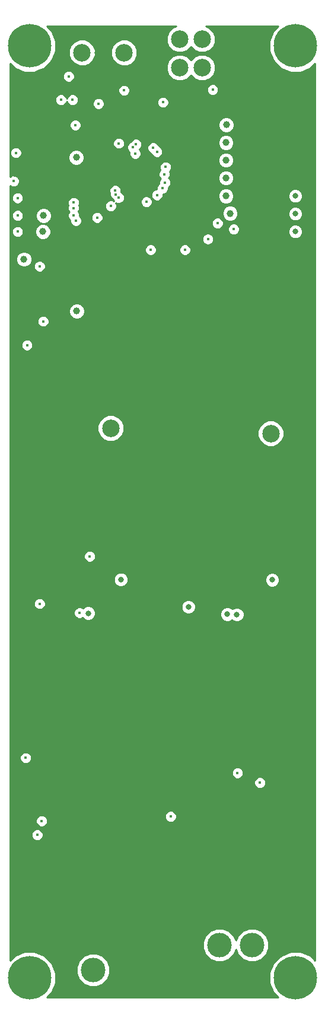
<source format=gbr>
G04 #@! TF.FileFunction,Copper,L2,Inr,Signal*
%FSLAX46Y46*%
G04 Gerber Fmt 4.6, Leading zero omitted, Abs format (unit mm)*
G04 Created by KiCad (PCBNEW 4.0.6) date 07/09/19 21:56:50*
%MOMM*%
%LPD*%
G01*
G04 APERTURE LIST*
%ADD10C,0.100000*%
%ADD11C,2.500000*%
%ADD12C,3.500000*%
%ADD13C,6.200000*%
%ADD14C,1.000000*%
%ADD15C,0.800000*%
%ADD16C,0.400000*%
%ADD17C,0.254000*%
G04 APERTURE END LIST*
D10*
D11*
X78150000Y-32550000D03*
X74950000Y-32550000D03*
X78150000Y-36600000D03*
X74950000Y-36600000D03*
D12*
X67600000Y-165400000D03*
X62600000Y-165400000D03*
X80650000Y-166800000D03*
X80650000Y-161800000D03*
X85300000Y-166800000D03*
X85300000Y-161800000D03*
D11*
X61900000Y-88050000D03*
X65100000Y-88050000D03*
X70000000Y-34450000D03*
X67000000Y-34450000D03*
X64000000Y-34450000D03*
X61000000Y-34450000D03*
D13*
X91500000Y-166500000D03*
X53500000Y-33500000D03*
X91500000Y-33500000D03*
X53500000Y-166500000D03*
D11*
X84750000Y-88800000D03*
X87950000Y-88800000D03*
D14*
X60250000Y-71350000D03*
X52700000Y-63950000D03*
X81550000Y-54900000D03*
X82150000Y-57400000D03*
X55500000Y-57700000D03*
X55400000Y-60000000D03*
X60200000Y-49400000D03*
X81550000Y-49800000D03*
X81550000Y-47300000D03*
X81600000Y-44750000D03*
X81550000Y-52350000D03*
D15*
X70750000Y-148650000D03*
X70800000Y-150450000D03*
X70800000Y-151950000D03*
X70800000Y-153750000D03*
X70800000Y-155500000D03*
X70800000Y-157500000D03*
X70800000Y-159150000D03*
X70800000Y-160850000D03*
X70800000Y-162550000D03*
X70800000Y-163900000D03*
X70800000Y-165400000D03*
X84650000Y-91150000D03*
X81950000Y-91150000D03*
X79850000Y-91150000D03*
X79850000Y-89150000D03*
X79850000Y-87250000D03*
X79850000Y-85900000D03*
X82200000Y-85900000D03*
X84750000Y-85900000D03*
X74350000Y-104850000D03*
X74350000Y-103300000D03*
X74350000Y-106500000D03*
X76400000Y-106500000D03*
X76400000Y-103900000D03*
X92450000Y-112600000D03*
X88150000Y-112700000D03*
X85400000Y-111900000D03*
X84550000Y-111100000D03*
X81100000Y-111150000D03*
X89350000Y-122200000D03*
X90650000Y-122200004D03*
X92250000Y-119350000D03*
X92250000Y-121000000D03*
X92250000Y-122200000D03*
X87950000Y-122200000D03*
X87950000Y-120900000D03*
X88000000Y-119400000D03*
X61900000Y-90350000D03*
X59700000Y-90350000D03*
X58000000Y-90350000D03*
X58000000Y-88900000D03*
X57950000Y-87300000D03*
X57950000Y-85650000D03*
X60050000Y-85700000D03*
X61900000Y-85700000D03*
X62900000Y-111400000D03*
X64100000Y-112150000D03*
X70250000Y-112550000D03*
X66550000Y-112650000D03*
X59600000Y-111100000D03*
X54800000Y-105450000D03*
X54800000Y-106750000D03*
X53350000Y-106750000D03*
X53350000Y-105400000D03*
X53350000Y-103600000D03*
X70300000Y-119200000D03*
X70300000Y-120300000D03*
X70300000Y-121200000D03*
X68850000Y-121200000D03*
X67800000Y-121200000D03*
X66650000Y-121150000D03*
X66650000Y-120200000D03*
X66650000Y-119200000D03*
D16*
X84800000Y-138650000D03*
X55900000Y-146100000D03*
X62550000Y-44750000D03*
X69145010Y-52400000D03*
X55963000Y-77700000D03*
X58000000Y-39700000D03*
X75700000Y-67680000D03*
X75700000Y-65140000D03*
X75700000Y-63870000D03*
X57300000Y-69800000D03*
X57300000Y-67800000D03*
X54200000Y-69800000D03*
X54200000Y-67800000D03*
D15*
X91450000Y-52360000D03*
X91450000Y-49820000D03*
X91450000Y-47280000D03*
D16*
X87500000Y-39900000D03*
X82250000Y-39900000D03*
X53300000Y-55200000D03*
X53200000Y-48400000D03*
X64650000Y-58000000D03*
X66250000Y-45900000D03*
X63300000Y-52600000D03*
X77600000Y-41188700D03*
X76950000Y-42700000D03*
X72550000Y-43050000D03*
X62050000Y-38400000D03*
X61300000Y-39350000D03*
X53149500Y-76200000D03*
X54950000Y-64950000D03*
X60650000Y-114400000D03*
X54950000Y-113100000D03*
D15*
X76200000Y-113550000D03*
X81750000Y-114600000D03*
X65100000Y-90250000D03*
X67600000Y-90250000D03*
X69600000Y-90250000D03*
X69600000Y-88750000D03*
X69600000Y-87150000D03*
X69600000Y-85750000D03*
X67650000Y-85750000D03*
X65100000Y-85750000D03*
X61900000Y-114450000D03*
X66550000Y-109650000D03*
D16*
X86400000Y-138650000D03*
X51250000Y-52800000D03*
X71717705Y-54775793D03*
X58000000Y-41200000D03*
X70800000Y-62600000D03*
X75700000Y-62600000D03*
X60050000Y-44800000D03*
D15*
X91450000Y-54900000D03*
X91450000Y-59980000D03*
X91450000Y-57440000D03*
D16*
X51800000Y-60000000D03*
X51800000Y-57700000D03*
X51550000Y-48750000D03*
X51800000Y-55200000D03*
X63150000Y-58000000D03*
X66250000Y-47400000D03*
X72550000Y-41550000D03*
X67000000Y-39850000D03*
X59804990Y-57716195D03*
X70200000Y-55755021D03*
X60132078Y-58440707D03*
X65100000Y-56350000D03*
X71150000Y-48050000D03*
X71700000Y-48600000D03*
X78971770Y-61065001D03*
X72750000Y-51800000D03*
X80350000Y-58800000D03*
X72929315Y-50770685D03*
X59804990Y-55850000D03*
X72850000Y-53000000D03*
X59804990Y-56630888D03*
X72500000Y-53800000D03*
X52950000Y-135100000D03*
X83200000Y-137250000D03*
X65750000Y-54150000D03*
X68700000Y-47550000D03*
X65816041Y-54675882D03*
X68260630Y-47980740D03*
X68605602Y-48863072D03*
X66250000Y-55150000D03*
X82650000Y-59650000D03*
X63350000Y-41750000D03*
X59650000Y-41200000D03*
X79650000Y-39750000D03*
X62100000Y-106350000D03*
X54600000Y-146100000D03*
D15*
X83100000Y-114650000D03*
X88150000Y-109700000D03*
D16*
X55450000Y-72800000D03*
X59100000Y-37850000D03*
X73650000Y-143460000D03*
X55250000Y-144100000D03*
D17*
G36*
X73883628Y-30951043D02*
X73352907Y-31480839D01*
X73065328Y-32173405D01*
X73064674Y-32923305D01*
X73351043Y-33616372D01*
X73880839Y-34147093D01*
X74573405Y-34434672D01*
X75323305Y-34435326D01*
X76016372Y-34148957D01*
X76547093Y-33619161D01*
X76549650Y-33613002D01*
X76551043Y-33616372D01*
X77080839Y-34147093D01*
X77773405Y-34434672D01*
X78523305Y-34435326D01*
X79216372Y-34148957D01*
X79747093Y-33619161D01*
X80034672Y-32926595D01*
X80035326Y-32176695D01*
X79748957Y-31483628D01*
X79219161Y-30952907D01*
X78634177Y-30710000D01*
X89008170Y-30710000D01*
X88335467Y-31381530D01*
X87765650Y-32753803D01*
X87764353Y-34239678D01*
X88331775Y-35612944D01*
X89381530Y-36664533D01*
X90753803Y-37234350D01*
X92239678Y-37235647D01*
X93612944Y-36668225D01*
X94290000Y-35992350D01*
X94290000Y-164008170D01*
X93618470Y-163335467D01*
X92246197Y-162765650D01*
X90760322Y-162764353D01*
X89387056Y-163331775D01*
X88335467Y-164381530D01*
X87765650Y-165753803D01*
X87764353Y-167239678D01*
X88331775Y-168612944D01*
X89007650Y-169290000D01*
X55991830Y-169290000D01*
X56664533Y-168618470D01*
X57234350Y-167246197D01*
X57235549Y-165872325D01*
X60214587Y-165872325D01*
X60576916Y-166749229D01*
X61247242Y-167420726D01*
X62123513Y-167784585D01*
X63072325Y-167785413D01*
X63949229Y-167423084D01*
X64620726Y-166752758D01*
X64984585Y-165876487D01*
X64985413Y-164927675D01*
X64623084Y-164050771D01*
X63952758Y-163379274D01*
X63076487Y-163015415D01*
X62127675Y-163014587D01*
X61250771Y-163376916D01*
X60579274Y-164047242D01*
X60215415Y-164923513D01*
X60214587Y-165872325D01*
X57235549Y-165872325D01*
X57235647Y-165760322D01*
X56668225Y-164387056D01*
X55618470Y-163335467D01*
X54246197Y-162765650D01*
X52760322Y-162764353D01*
X51387056Y-163331775D01*
X50710000Y-164007650D01*
X50710000Y-162272325D01*
X78264587Y-162272325D01*
X78626916Y-163149229D01*
X79297242Y-163820726D01*
X80173513Y-164184585D01*
X81122325Y-164185413D01*
X81999229Y-163823084D01*
X82670726Y-163152758D01*
X82975300Y-162419262D01*
X83276916Y-163149229D01*
X83947242Y-163820726D01*
X84823513Y-164184585D01*
X85772325Y-164185413D01*
X86649229Y-163823084D01*
X87320726Y-163152758D01*
X87684585Y-162276487D01*
X87685413Y-161327675D01*
X87323084Y-160450771D01*
X86652758Y-159779274D01*
X85776487Y-159415415D01*
X84827675Y-159414587D01*
X83950771Y-159776916D01*
X83279274Y-160447242D01*
X82974700Y-161180738D01*
X82673084Y-160450771D01*
X82002758Y-159779274D01*
X81126487Y-159415415D01*
X80177675Y-159414587D01*
X79300771Y-159776916D01*
X78629274Y-160447242D01*
X78265415Y-161323513D01*
X78264587Y-162272325D01*
X50710000Y-162272325D01*
X50710000Y-146265363D01*
X53764855Y-146265363D01*
X53891708Y-146572372D01*
X54126393Y-146807466D01*
X54433179Y-146934855D01*
X54765363Y-146935145D01*
X55072372Y-146808292D01*
X55307466Y-146573607D01*
X55434855Y-146266821D01*
X55435145Y-145934637D01*
X55308292Y-145627628D01*
X55073607Y-145392534D01*
X54766821Y-145265145D01*
X54434637Y-145264855D01*
X54127628Y-145391708D01*
X53892534Y-145626393D01*
X53765145Y-145933179D01*
X53764855Y-146265363D01*
X50710000Y-146265363D01*
X50710000Y-144265363D01*
X54414855Y-144265363D01*
X54541708Y-144572372D01*
X54776393Y-144807466D01*
X55083179Y-144934855D01*
X55415363Y-144935145D01*
X55722372Y-144808292D01*
X55957466Y-144573607D01*
X56084855Y-144266821D01*
X56085145Y-143934637D01*
X55958292Y-143627628D01*
X55956031Y-143625363D01*
X72814855Y-143625363D01*
X72941708Y-143932372D01*
X73176393Y-144167466D01*
X73483179Y-144294855D01*
X73815363Y-144295145D01*
X74122372Y-144168292D01*
X74357466Y-143933607D01*
X74484855Y-143626821D01*
X74485145Y-143294637D01*
X74358292Y-142987628D01*
X74123607Y-142752534D01*
X73816821Y-142625145D01*
X73484637Y-142624855D01*
X73177628Y-142751708D01*
X72942534Y-142986393D01*
X72815145Y-143293179D01*
X72814855Y-143625363D01*
X55956031Y-143625363D01*
X55723607Y-143392534D01*
X55416821Y-143265145D01*
X55084637Y-143264855D01*
X54777628Y-143391708D01*
X54542534Y-143626393D01*
X54415145Y-143933179D01*
X54414855Y-144265363D01*
X50710000Y-144265363D01*
X50710000Y-138815363D01*
X85564855Y-138815363D01*
X85691708Y-139122372D01*
X85926393Y-139357466D01*
X86233179Y-139484855D01*
X86565363Y-139485145D01*
X86872372Y-139358292D01*
X87107466Y-139123607D01*
X87234855Y-138816821D01*
X87235145Y-138484637D01*
X87108292Y-138177628D01*
X86873607Y-137942534D01*
X86566821Y-137815145D01*
X86234637Y-137814855D01*
X85927628Y-137941708D01*
X85692534Y-138176393D01*
X85565145Y-138483179D01*
X85564855Y-138815363D01*
X50710000Y-138815363D01*
X50710000Y-137415363D01*
X82364855Y-137415363D01*
X82491708Y-137722372D01*
X82726393Y-137957466D01*
X83033179Y-138084855D01*
X83365363Y-138085145D01*
X83672372Y-137958292D01*
X83907466Y-137723607D01*
X84034855Y-137416821D01*
X84035145Y-137084637D01*
X83908292Y-136777628D01*
X83673607Y-136542534D01*
X83366821Y-136415145D01*
X83034637Y-136414855D01*
X82727628Y-136541708D01*
X82492534Y-136776393D01*
X82365145Y-137083179D01*
X82364855Y-137415363D01*
X50710000Y-137415363D01*
X50710000Y-135265363D01*
X52114855Y-135265363D01*
X52241708Y-135572372D01*
X52476393Y-135807466D01*
X52783179Y-135934855D01*
X53115363Y-135935145D01*
X53422372Y-135808292D01*
X53657466Y-135573607D01*
X53784855Y-135266821D01*
X53785145Y-134934637D01*
X53658292Y-134627628D01*
X53423607Y-134392534D01*
X53116821Y-134265145D01*
X52784637Y-134264855D01*
X52477628Y-134391708D01*
X52242534Y-134626393D01*
X52115145Y-134933179D01*
X52114855Y-135265363D01*
X50710000Y-135265363D01*
X50710000Y-114565363D01*
X59814855Y-114565363D01*
X59941708Y-114872372D01*
X60176393Y-115107466D01*
X60483179Y-115234855D01*
X60815363Y-115235145D01*
X61102787Y-115116385D01*
X61312954Y-115326919D01*
X61693223Y-115484820D01*
X62104971Y-115485179D01*
X62485515Y-115327942D01*
X62776919Y-115037046D01*
X62873284Y-114804971D01*
X80714821Y-114804971D01*
X80872058Y-115185515D01*
X81162954Y-115476919D01*
X81543223Y-115634820D01*
X81954971Y-115635179D01*
X82335515Y-115477942D01*
X82399901Y-115413668D01*
X82512954Y-115526919D01*
X82893223Y-115684820D01*
X83304971Y-115685179D01*
X83685515Y-115527942D01*
X83976919Y-115237046D01*
X84134820Y-114856777D01*
X84135179Y-114445029D01*
X83977942Y-114064485D01*
X83687046Y-113773081D01*
X83306777Y-113615180D01*
X82895029Y-113614821D01*
X82514485Y-113772058D01*
X82450099Y-113836332D01*
X82337046Y-113723081D01*
X81956777Y-113565180D01*
X81545029Y-113564821D01*
X81164485Y-113722058D01*
X80873081Y-114012954D01*
X80715180Y-114393223D01*
X80714821Y-114804971D01*
X62873284Y-114804971D01*
X62934820Y-114656777D01*
X62935179Y-114245029D01*
X62777942Y-113864485D01*
X62668619Y-113754971D01*
X75164821Y-113754971D01*
X75322058Y-114135515D01*
X75612954Y-114426919D01*
X75993223Y-114584820D01*
X76404971Y-114585179D01*
X76785515Y-114427942D01*
X77076919Y-114137046D01*
X77234820Y-113756777D01*
X77235179Y-113345029D01*
X77077942Y-112964485D01*
X76787046Y-112673081D01*
X76406777Y-112515180D01*
X75995029Y-112514821D01*
X75614485Y-112672058D01*
X75323081Y-112962954D01*
X75165180Y-113343223D01*
X75164821Y-113754971D01*
X62668619Y-113754971D01*
X62487046Y-113573081D01*
X62106777Y-113415180D01*
X61695029Y-113414821D01*
X61314485Y-113572058D01*
X61158642Y-113727630D01*
X61123607Y-113692534D01*
X60816821Y-113565145D01*
X60484637Y-113564855D01*
X60177628Y-113691708D01*
X59942534Y-113926393D01*
X59815145Y-114233179D01*
X59814855Y-114565363D01*
X50710000Y-114565363D01*
X50710000Y-113265363D01*
X54114855Y-113265363D01*
X54241708Y-113572372D01*
X54476393Y-113807466D01*
X54783179Y-113934855D01*
X55115363Y-113935145D01*
X55422372Y-113808292D01*
X55657466Y-113573607D01*
X55784855Y-113266821D01*
X55785145Y-112934637D01*
X55658292Y-112627628D01*
X55423607Y-112392534D01*
X55116821Y-112265145D01*
X54784637Y-112264855D01*
X54477628Y-112391708D01*
X54242534Y-112626393D01*
X54115145Y-112933179D01*
X54114855Y-113265363D01*
X50710000Y-113265363D01*
X50710000Y-109854971D01*
X65514821Y-109854971D01*
X65672058Y-110235515D01*
X65962954Y-110526919D01*
X66343223Y-110684820D01*
X66754971Y-110685179D01*
X67135515Y-110527942D01*
X67426919Y-110237046D01*
X67564808Y-109904971D01*
X87114821Y-109904971D01*
X87272058Y-110285515D01*
X87562954Y-110576919D01*
X87943223Y-110734820D01*
X88354971Y-110735179D01*
X88735515Y-110577942D01*
X89026919Y-110287046D01*
X89184820Y-109906777D01*
X89185179Y-109495029D01*
X89027942Y-109114485D01*
X88737046Y-108823081D01*
X88356777Y-108665180D01*
X87945029Y-108664821D01*
X87564485Y-108822058D01*
X87273081Y-109112954D01*
X87115180Y-109493223D01*
X87114821Y-109904971D01*
X67564808Y-109904971D01*
X67584820Y-109856777D01*
X67585179Y-109445029D01*
X67427942Y-109064485D01*
X67137046Y-108773081D01*
X66756777Y-108615180D01*
X66345029Y-108614821D01*
X65964485Y-108772058D01*
X65673081Y-109062954D01*
X65515180Y-109443223D01*
X65514821Y-109854971D01*
X50710000Y-109854971D01*
X50710000Y-106515363D01*
X61264855Y-106515363D01*
X61391708Y-106822372D01*
X61626393Y-107057466D01*
X61933179Y-107184855D01*
X62265363Y-107185145D01*
X62572372Y-107058292D01*
X62807466Y-106823607D01*
X62934855Y-106516821D01*
X62935145Y-106184637D01*
X62808292Y-105877628D01*
X62573607Y-105642534D01*
X62266821Y-105515145D01*
X61934637Y-105514855D01*
X61627628Y-105641708D01*
X61392534Y-105876393D01*
X61265145Y-106183179D01*
X61264855Y-106515363D01*
X50710000Y-106515363D01*
X50710000Y-88423305D01*
X63214674Y-88423305D01*
X63501043Y-89116372D01*
X64030839Y-89647093D01*
X64723405Y-89934672D01*
X65473305Y-89935326D01*
X66166372Y-89648957D01*
X66642854Y-89173305D01*
X86064674Y-89173305D01*
X86351043Y-89866372D01*
X86880839Y-90397093D01*
X87573405Y-90684672D01*
X88323305Y-90685326D01*
X89016372Y-90398957D01*
X89547093Y-89869161D01*
X89834672Y-89176595D01*
X89835326Y-88426695D01*
X89548957Y-87733628D01*
X89019161Y-87202907D01*
X88326595Y-86915328D01*
X87576695Y-86914674D01*
X86883628Y-87201043D01*
X86352907Y-87730839D01*
X86065328Y-88423405D01*
X86064674Y-89173305D01*
X66642854Y-89173305D01*
X66697093Y-89119161D01*
X66984672Y-88426595D01*
X66985326Y-87676695D01*
X66698957Y-86983628D01*
X66169161Y-86452907D01*
X65476595Y-86165328D01*
X64726695Y-86164674D01*
X64033628Y-86451043D01*
X63502907Y-86980839D01*
X63215328Y-87673405D01*
X63214674Y-88423305D01*
X50710000Y-88423305D01*
X50710000Y-76365363D01*
X52314355Y-76365363D01*
X52441208Y-76672372D01*
X52675893Y-76907466D01*
X52982679Y-77034855D01*
X53314863Y-77035145D01*
X53621872Y-76908292D01*
X53856966Y-76673607D01*
X53984355Y-76366821D01*
X53984645Y-76034637D01*
X53857792Y-75727628D01*
X53623107Y-75492534D01*
X53316321Y-75365145D01*
X52984137Y-75364855D01*
X52677128Y-75491708D01*
X52442034Y-75726393D01*
X52314645Y-76033179D01*
X52314355Y-76365363D01*
X50710000Y-76365363D01*
X50710000Y-72965363D01*
X54614855Y-72965363D01*
X54741708Y-73272372D01*
X54976393Y-73507466D01*
X55283179Y-73634855D01*
X55615363Y-73635145D01*
X55922372Y-73508292D01*
X56157466Y-73273607D01*
X56284855Y-72966821D01*
X56285145Y-72634637D01*
X56158292Y-72327628D01*
X55923607Y-72092534D01*
X55616821Y-71965145D01*
X55284637Y-71964855D01*
X54977628Y-72091708D01*
X54742534Y-72326393D01*
X54615145Y-72633179D01*
X54614855Y-72965363D01*
X50710000Y-72965363D01*
X50710000Y-71574775D01*
X59114803Y-71574775D01*
X59287233Y-71992086D01*
X59606235Y-72311645D01*
X60023244Y-72484803D01*
X60474775Y-72485197D01*
X60892086Y-72312767D01*
X61211645Y-71993765D01*
X61384803Y-71576756D01*
X61385197Y-71125225D01*
X61212767Y-70707914D01*
X60893765Y-70388355D01*
X60476756Y-70215197D01*
X60025225Y-70214803D01*
X59607914Y-70387233D01*
X59288355Y-70706235D01*
X59115197Y-71123244D01*
X59114803Y-71574775D01*
X50710000Y-71574775D01*
X50710000Y-65115363D01*
X54114855Y-65115363D01*
X54241708Y-65422372D01*
X54476393Y-65657466D01*
X54783179Y-65784855D01*
X55115363Y-65785145D01*
X55422372Y-65658292D01*
X55657466Y-65423607D01*
X55784855Y-65116821D01*
X55785145Y-64784637D01*
X55658292Y-64477628D01*
X55423607Y-64242534D01*
X55116821Y-64115145D01*
X54784637Y-64114855D01*
X54477628Y-64241708D01*
X54242534Y-64476393D01*
X54115145Y-64783179D01*
X54114855Y-65115363D01*
X50710000Y-65115363D01*
X50710000Y-64174775D01*
X51564803Y-64174775D01*
X51737233Y-64592086D01*
X52056235Y-64911645D01*
X52473244Y-65084803D01*
X52924775Y-65085197D01*
X53342086Y-64912767D01*
X53661645Y-64593765D01*
X53834803Y-64176756D01*
X53835197Y-63725225D01*
X53662767Y-63307914D01*
X53343765Y-62988355D01*
X52926756Y-62815197D01*
X52475225Y-62814803D01*
X52057914Y-62987233D01*
X51738355Y-63306235D01*
X51565197Y-63723244D01*
X51564803Y-64174775D01*
X50710000Y-64174775D01*
X50710000Y-62765363D01*
X69964855Y-62765363D01*
X70091708Y-63072372D01*
X70326393Y-63307466D01*
X70633179Y-63434855D01*
X70965363Y-63435145D01*
X71272372Y-63308292D01*
X71507466Y-63073607D01*
X71634855Y-62766821D01*
X71634856Y-62765363D01*
X74864855Y-62765363D01*
X74991708Y-63072372D01*
X75226393Y-63307466D01*
X75533179Y-63434855D01*
X75865363Y-63435145D01*
X76172372Y-63308292D01*
X76407466Y-63073607D01*
X76534855Y-62766821D01*
X76535145Y-62434637D01*
X76408292Y-62127628D01*
X76173607Y-61892534D01*
X75866821Y-61765145D01*
X75534637Y-61764855D01*
X75227628Y-61891708D01*
X74992534Y-62126393D01*
X74865145Y-62433179D01*
X74864855Y-62765363D01*
X71634856Y-62765363D01*
X71635145Y-62434637D01*
X71508292Y-62127628D01*
X71273607Y-61892534D01*
X70966821Y-61765145D01*
X70634637Y-61764855D01*
X70327628Y-61891708D01*
X70092534Y-62126393D01*
X69965145Y-62433179D01*
X69964855Y-62765363D01*
X50710000Y-62765363D01*
X50710000Y-61230364D01*
X78136625Y-61230364D01*
X78263478Y-61537373D01*
X78498163Y-61772467D01*
X78804949Y-61899856D01*
X79137133Y-61900146D01*
X79444142Y-61773293D01*
X79679236Y-61538608D01*
X79806625Y-61231822D01*
X79806915Y-60899638D01*
X79680062Y-60592629D01*
X79445377Y-60357535D01*
X79138591Y-60230146D01*
X78806407Y-60229856D01*
X78499398Y-60356709D01*
X78264304Y-60591394D01*
X78136915Y-60898180D01*
X78136625Y-61230364D01*
X50710000Y-61230364D01*
X50710000Y-60165363D01*
X50964855Y-60165363D01*
X51091708Y-60472372D01*
X51326393Y-60707466D01*
X51633179Y-60834855D01*
X51965363Y-60835145D01*
X52272372Y-60708292D01*
X52507466Y-60473607D01*
X52610790Y-60224775D01*
X54264803Y-60224775D01*
X54437233Y-60642086D01*
X54756235Y-60961645D01*
X55173244Y-61134803D01*
X55624775Y-61135197D01*
X56042086Y-60962767D01*
X56361645Y-60643765D01*
X56534803Y-60226756D01*
X56535161Y-59815363D01*
X81814855Y-59815363D01*
X81941708Y-60122372D01*
X82176393Y-60357466D01*
X82483179Y-60484855D01*
X82815363Y-60485145D01*
X83122372Y-60358292D01*
X83295995Y-60184971D01*
X90414821Y-60184971D01*
X90572058Y-60565515D01*
X90862954Y-60856919D01*
X91243223Y-61014820D01*
X91654971Y-61015179D01*
X92035515Y-60857942D01*
X92326919Y-60567046D01*
X92484820Y-60186777D01*
X92485179Y-59775029D01*
X92327942Y-59394485D01*
X92037046Y-59103081D01*
X91656777Y-58945180D01*
X91245029Y-58944821D01*
X90864485Y-59102058D01*
X90573081Y-59392954D01*
X90415180Y-59773223D01*
X90414821Y-60184971D01*
X83295995Y-60184971D01*
X83357466Y-60123607D01*
X83484855Y-59816821D01*
X83485145Y-59484637D01*
X83358292Y-59177628D01*
X83123607Y-58942534D01*
X82816821Y-58815145D01*
X82484637Y-58814855D01*
X82177628Y-58941708D01*
X81942534Y-59176393D01*
X81815145Y-59483179D01*
X81814855Y-59815363D01*
X56535161Y-59815363D01*
X56535197Y-59775225D01*
X56362767Y-59357914D01*
X56043765Y-59038355D01*
X55626756Y-58865197D01*
X55175225Y-58864803D01*
X54757914Y-59037233D01*
X54438355Y-59356235D01*
X54265197Y-59773244D01*
X54264803Y-60224775D01*
X52610790Y-60224775D01*
X52634855Y-60166821D01*
X52635145Y-59834637D01*
X52508292Y-59527628D01*
X52273607Y-59292534D01*
X51966821Y-59165145D01*
X51634637Y-59164855D01*
X51327628Y-59291708D01*
X51092534Y-59526393D01*
X50965145Y-59833179D01*
X50964855Y-60165363D01*
X50710000Y-60165363D01*
X50710000Y-57865363D01*
X50964855Y-57865363D01*
X51091708Y-58172372D01*
X51326393Y-58407466D01*
X51633179Y-58534855D01*
X51965363Y-58535145D01*
X52272372Y-58408292D01*
X52507466Y-58173607D01*
X52610790Y-57924775D01*
X54364803Y-57924775D01*
X54537233Y-58342086D01*
X54856235Y-58661645D01*
X55273244Y-58834803D01*
X55724775Y-58835197D01*
X56142086Y-58662767D01*
X56461645Y-58343765D01*
X56634803Y-57926756D01*
X56635197Y-57475225D01*
X56462767Y-57057914D01*
X56143765Y-56738355D01*
X55726756Y-56565197D01*
X55275225Y-56564803D01*
X54857914Y-56737233D01*
X54538355Y-57056235D01*
X54365197Y-57473244D01*
X54364803Y-57924775D01*
X52610790Y-57924775D01*
X52634855Y-57866821D01*
X52635145Y-57534637D01*
X52508292Y-57227628D01*
X52273607Y-56992534D01*
X51966821Y-56865145D01*
X51634637Y-56864855D01*
X51327628Y-56991708D01*
X51092534Y-57226393D01*
X50965145Y-57533179D01*
X50964855Y-57865363D01*
X50710000Y-57865363D01*
X50710000Y-55365363D01*
X50964855Y-55365363D01*
X51091708Y-55672372D01*
X51326393Y-55907466D01*
X51633179Y-56034855D01*
X51965363Y-56035145D01*
X52013239Y-56015363D01*
X58969845Y-56015363D01*
X59062919Y-56240620D01*
X58970135Y-56464067D01*
X58969845Y-56796251D01*
X59096698Y-57103260D01*
X59166774Y-57173458D01*
X59097524Y-57242588D01*
X58970135Y-57549374D01*
X58969845Y-57881558D01*
X59096698Y-58188567D01*
X59297122Y-58389340D01*
X59296933Y-58606070D01*
X59423786Y-58913079D01*
X59658471Y-59148173D01*
X59965257Y-59275562D01*
X60297441Y-59275852D01*
X60604450Y-59148999D01*
X60788406Y-58965363D01*
X79514855Y-58965363D01*
X79641708Y-59272372D01*
X79876393Y-59507466D01*
X80183179Y-59634855D01*
X80515363Y-59635145D01*
X80822372Y-59508292D01*
X81057466Y-59273607D01*
X81184855Y-58966821D01*
X81185145Y-58634637D01*
X81058292Y-58327628D01*
X80823607Y-58092534D01*
X80516821Y-57965145D01*
X80184637Y-57964855D01*
X79877628Y-58091708D01*
X79642534Y-58326393D01*
X79515145Y-58633179D01*
X79514855Y-58965363D01*
X60788406Y-58965363D01*
X60839544Y-58914314D01*
X60966933Y-58607528D01*
X60967223Y-58275344D01*
X60921780Y-58165363D01*
X62314855Y-58165363D01*
X62441708Y-58472372D01*
X62676393Y-58707466D01*
X62983179Y-58834855D01*
X63315363Y-58835145D01*
X63622372Y-58708292D01*
X63857466Y-58473607D01*
X63984855Y-58166821D01*
X63985145Y-57834637D01*
X63898433Y-57624775D01*
X81014803Y-57624775D01*
X81187233Y-58042086D01*
X81506235Y-58361645D01*
X81923244Y-58534803D01*
X82374775Y-58535197D01*
X82792086Y-58362767D01*
X83111645Y-58043765D01*
X83277239Y-57644971D01*
X90414821Y-57644971D01*
X90572058Y-58025515D01*
X90862954Y-58316919D01*
X91243223Y-58474820D01*
X91654971Y-58475179D01*
X92035515Y-58317942D01*
X92326919Y-58027046D01*
X92484820Y-57646777D01*
X92485179Y-57235029D01*
X92327942Y-56854485D01*
X92037046Y-56563081D01*
X91656777Y-56405180D01*
X91245029Y-56404821D01*
X90864485Y-56562058D01*
X90573081Y-56852954D01*
X90415180Y-57233223D01*
X90414821Y-57644971D01*
X83277239Y-57644971D01*
X83284803Y-57626756D01*
X83285197Y-57175225D01*
X83112767Y-56757914D01*
X82793765Y-56438355D01*
X82376756Y-56265197D01*
X81925225Y-56264803D01*
X81507914Y-56437233D01*
X81188355Y-56756235D01*
X81015197Y-57173244D01*
X81014803Y-57624775D01*
X63898433Y-57624775D01*
X63858292Y-57527628D01*
X63623607Y-57292534D01*
X63316821Y-57165145D01*
X62984637Y-57164855D01*
X62677628Y-57291708D01*
X62442534Y-57526393D01*
X62315145Y-57833179D01*
X62314855Y-58165363D01*
X60921780Y-58165363D01*
X60840370Y-57968335D01*
X60639946Y-57767562D01*
X60640135Y-57550832D01*
X60513282Y-57243823D01*
X60443206Y-57173625D01*
X60512456Y-57104495D01*
X60639845Y-56797709D01*
X60640091Y-56515363D01*
X64264855Y-56515363D01*
X64391708Y-56822372D01*
X64626393Y-57057466D01*
X64933179Y-57184855D01*
X65265363Y-57185145D01*
X65572372Y-57058292D01*
X65807466Y-56823607D01*
X65934855Y-56516821D01*
X65935145Y-56184637D01*
X65808292Y-55877628D01*
X65796500Y-55865815D01*
X66083179Y-55984855D01*
X66415363Y-55985145D01*
X66572097Y-55920384D01*
X69364855Y-55920384D01*
X69491708Y-56227393D01*
X69726393Y-56462487D01*
X70033179Y-56589876D01*
X70365363Y-56590166D01*
X70672372Y-56463313D01*
X70907466Y-56228628D01*
X71034855Y-55921842D01*
X71035145Y-55589658D01*
X70908292Y-55282649D01*
X70673607Y-55047555D01*
X70417371Y-54941156D01*
X70882560Y-54941156D01*
X71009413Y-55248165D01*
X71244098Y-55483259D01*
X71550884Y-55610648D01*
X71883068Y-55610938D01*
X72190077Y-55484085D01*
X72425171Y-55249400D01*
X72476919Y-55124775D01*
X80414803Y-55124775D01*
X80587233Y-55542086D01*
X80906235Y-55861645D01*
X81323244Y-56034803D01*
X81774775Y-56035197D01*
X82192086Y-55862767D01*
X82511645Y-55543765D01*
X82684803Y-55126756D01*
X82684822Y-55104971D01*
X90414821Y-55104971D01*
X90572058Y-55485515D01*
X90862954Y-55776919D01*
X91243223Y-55934820D01*
X91654971Y-55935179D01*
X92035515Y-55777942D01*
X92326919Y-55487046D01*
X92484820Y-55106777D01*
X92485179Y-54695029D01*
X92327942Y-54314485D01*
X92037046Y-54023081D01*
X91656777Y-53865180D01*
X91245029Y-53864821D01*
X90864485Y-54022058D01*
X90573081Y-54312954D01*
X90415180Y-54693223D01*
X90414821Y-55104971D01*
X82684822Y-55104971D01*
X82685197Y-54675225D01*
X82512767Y-54257914D01*
X82193765Y-53938355D01*
X81776756Y-53765197D01*
X81325225Y-53764803D01*
X80907914Y-53937233D01*
X80588355Y-54256235D01*
X80415197Y-54673244D01*
X80414803Y-55124775D01*
X72476919Y-55124775D01*
X72552560Y-54942614D01*
X72552829Y-54635047D01*
X72665363Y-54635145D01*
X72972372Y-54508292D01*
X73207466Y-54273607D01*
X73334855Y-53966821D01*
X73335092Y-53695594D01*
X73557466Y-53473607D01*
X73684855Y-53166821D01*
X73685145Y-52834637D01*
X73577773Y-52574775D01*
X80414803Y-52574775D01*
X80587233Y-52992086D01*
X80906235Y-53311645D01*
X81323244Y-53484803D01*
X81774775Y-53485197D01*
X82192086Y-53312767D01*
X82511645Y-52993765D01*
X82684803Y-52576756D01*
X82685197Y-52125225D01*
X82512767Y-51707914D01*
X82193765Y-51388355D01*
X81776756Y-51215197D01*
X81325225Y-51214803D01*
X80907914Y-51387233D01*
X80588355Y-51706235D01*
X80415197Y-52123244D01*
X80414803Y-52574775D01*
X73577773Y-52574775D01*
X73558292Y-52527628D01*
X73380956Y-52349983D01*
X73457466Y-52273607D01*
X73584855Y-51966821D01*
X73585145Y-51634637D01*
X73486036Y-51394774D01*
X73636781Y-51244292D01*
X73764170Y-50937506D01*
X73764460Y-50605322D01*
X73637607Y-50298313D01*
X73402922Y-50063219D01*
X73310339Y-50024775D01*
X80414803Y-50024775D01*
X80587233Y-50442086D01*
X80906235Y-50761645D01*
X81323244Y-50934803D01*
X81774775Y-50935197D01*
X82192086Y-50762767D01*
X82511645Y-50443765D01*
X82684803Y-50026756D01*
X82685197Y-49575225D01*
X82512767Y-49157914D01*
X82193765Y-48838355D01*
X81776756Y-48665197D01*
X81325225Y-48664803D01*
X80907914Y-48837233D01*
X80588355Y-49156235D01*
X80415197Y-49573244D01*
X80414803Y-50024775D01*
X73310339Y-50024775D01*
X73096136Y-49935830D01*
X72763952Y-49935540D01*
X72456943Y-50062393D01*
X72221849Y-50297078D01*
X72094460Y-50603864D01*
X72094170Y-50936048D01*
X72193279Y-51175911D01*
X72042534Y-51326393D01*
X71915145Y-51633179D01*
X71914855Y-51965363D01*
X72041708Y-52272372D01*
X72219044Y-52450017D01*
X72142534Y-52526393D01*
X72015145Y-52833179D01*
X72014908Y-53104406D01*
X71792534Y-53326393D01*
X71665145Y-53633179D01*
X71664876Y-53940746D01*
X71552342Y-53940648D01*
X71245333Y-54067501D01*
X71010239Y-54302186D01*
X70882850Y-54608972D01*
X70882560Y-54941156D01*
X70417371Y-54941156D01*
X70366821Y-54920166D01*
X70034637Y-54919876D01*
X69727628Y-55046729D01*
X69492534Y-55281414D01*
X69365145Y-55588200D01*
X69364855Y-55920384D01*
X66572097Y-55920384D01*
X66722372Y-55858292D01*
X66957466Y-55623607D01*
X67084855Y-55316821D01*
X67085145Y-54984637D01*
X66958292Y-54677628D01*
X66723607Y-54442534D01*
X66602279Y-54392154D01*
X66577987Y-54333362D01*
X66584855Y-54316821D01*
X66585145Y-53984637D01*
X66458292Y-53677628D01*
X66223607Y-53442534D01*
X65916821Y-53315145D01*
X65584637Y-53314855D01*
X65277628Y-53441708D01*
X65042534Y-53676393D01*
X64915145Y-53983179D01*
X64914855Y-54315363D01*
X64988054Y-54492520D01*
X64981186Y-54509061D01*
X64980896Y-54841245D01*
X65107749Y-55148254D01*
X65342434Y-55383348D01*
X65463762Y-55433728D01*
X65541708Y-55622372D01*
X65553500Y-55634185D01*
X65266821Y-55515145D01*
X64934637Y-55514855D01*
X64627628Y-55641708D01*
X64392534Y-55876393D01*
X64265145Y-56183179D01*
X64264855Y-56515363D01*
X60640091Y-56515363D01*
X60640135Y-56465525D01*
X60547061Y-56240268D01*
X60639845Y-56016821D01*
X60640135Y-55684637D01*
X60513282Y-55377628D01*
X60278597Y-55142534D01*
X59971811Y-55015145D01*
X59639627Y-55014855D01*
X59332618Y-55141708D01*
X59097524Y-55376393D01*
X58970135Y-55683179D01*
X58969845Y-56015363D01*
X52013239Y-56015363D01*
X52272372Y-55908292D01*
X52507466Y-55673607D01*
X52634855Y-55366821D01*
X52635145Y-55034637D01*
X52508292Y-54727628D01*
X52273607Y-54492534D01*
X51966821Y-54365145D01*
X51634637Y-54364855D01*
X51327628Y-54491708D01*
X51092534Y-54726393D01*
X50965145Y-55033179D01*
X50964855Y-55365363D01*
X50710000Y-55365363D01*
X50710000Y-53440957D01*
X50776393Y-53507466D01*
X51083179Y-53634855D01*
X51415363Y-53635145D01*
X51722372Y-53508292D01*
X51957466Y-53273607D01*
X52084855Y-52966821D01*
X52085145Y-52634637D01*
X51958292Y-52327628D01*
X51723607Y-52092534D01*
X51416821Y-51965145D01*
X51084637Y-51964855D01*
X50777628Y-52091708D01*
X50710000Y-52159218D01*
X50710000Y-49624775D01*
X59064803Y-49624775D01*
X59237233Y-50042086D01*
X59556235Y-50361645D01*
X59973244Y-50534803D01*
X60424775Y-50535197D01*
X60842086Y-50362767D01*
X61161645Y-50043765D01*
X61334803Y-49626756D01*
X61335197Y-49175225D01*
X61162767Y-48757914D01*
X60843765Y-48438355D01*
X60426756Y-48265197D01*
X59975225Y-48264803D01*
X59557914Y-48437233D01*
X59238355Y-48756235D01*
X59065197Y-49173244D01*
X59064803Y-49624775D01*
X50710000Y-49624775D01*
X50710000Y-48915363D01*
X50714855Y-48915363D01*
X50841708Y-49222372D01*
X51076393Y-49457466D01*
X51383179Y-49584855D01*
X51715363Y-49585145D01*
X52022372Y-49458292D01*
X52257466Y-49223607D01*
X52384855Y-48916821D01*
X52385145Y-48584637D01*
X52258292Y-48277628D01*
X52023607Y-48042534D01*
X51716821Y-47915145D01*
X51384637Y-47914855D01*
X51077628Y-48041708D01*
X50842534Y-48276393D01*
X50715145Y-48583179D01*
X50714855Y-48915363D01*
X50710000Y-48915363D01*
X50710000Y-47565363D01*
X65414855Y-47565363D01*
X65541708Y-47872372D01*
X65776393Y-48107466D01*
X66083179Y-48234855D01*
X66415363Y-48235145D01*
X66630862Y-48146103D01*
X67425485Y-48146103D01*
X67552338Y-48453112D01*
X67777888Y-48679055D01*
X67770747Y-48696251D01*
X67770457Y-49028435D01*
X67897310Y-49335444D01*
X68131995Y-49570538D01*
X68438781Y-49697927D01*
X68770965Y-49698217D01*
X69077974Y-49571364D01*
X69313068Y-49336679D01*
X69440457Y-49029893D01*
X69440747Y-48697709D01*
X69313894Y-48390700D01*
X69177052Y-48253620D01*
X69215375Y-48215363D01*
X70314855Y-48215363D01*
X70441708Y-48522372D01*
X70676393Y-48757466D01*
X70899948Y-48850294D01*
X70991708Y-49072372D01*
X71226393Y-49307466D01*
X71533179Y-49434855D01*
X71865363Y-49435145D01*
X72172372Y-49308292D01*
X72407466Y-49073607D01*
X72534855Y-48766821D01*
X72535145Y-48434637D01*
X72408292Y-48127628D01*
X72173607Y-47892534D01*
X71950052Y-47799706D01*
X71858292Y-47577628D01*
X71805531Y-47524775D01*
X80414803Y-47524775D01*
X80587233Y-47942086D01*
X80906235Y-48261645D01*
X81323244Y-48434803D01*
X81774775Y-48435197D01*
X82192086Y-48262767D01*
X82511645Y-47943765D01*
X82684803Y-47526756D01*
X82685197Y-47075225D01*
X82512767Y-46657914D01*
X82193765Y-46338355D01*
X81776756Y-46165197D01*
X81325225Y-46164803D01*
X80907914Y-46337233D01*
X80588355Y-46656235D01*
X80415197Y-47073244D01*
X80414803Y-47524775D01*
X71805531Y-47524775D01*
X71623607Y-47342534D01*
X71316821Y-47215145D01*
X70984637Y-47214855D01*
X70677628Y-47341708D01*
X70442534Y-47576393D01*
X70315145Y-47883179D01*
X70314855Y-48215363D01*
X69215375Y-48215363D01*
X69407466Y-48023607D01*
X69534855Y-47716821D01*
X69535145Y-47384637D01*
X69408292Y-47077628D01*
X69173607Y-46842534D01*
X68866821Y-46715145D01*
X68534637Y-46714855D01*
X68227628Y-46841708D01*
X67992534Y-47076393D01*
X67936571Y-47211167D01*
X67788258Y-47272448D01*
X67553164Y-47507133D01*
X67425775Y-47813919D01*
X67425485Y-48146103D01*
X66630862Y-48146103D01*
X66722372Y-48108292D01*
X66957466Y-47873607D01*
X67084855Y-47566821D01*
X67085145Y-47234637D01*
X66958292Y-46927628D01*
X66723607Y-46692534D01*
X66416821Y-46565145D01*
X66084637Y-46564855D01*
X65777628Y-46691708D01*
X65542534Y-46926393D01*
X65415145Y-47233179D01*
X65414855Y-47565363D01*
X50710000Y-47565363D01*
X50710000Y-44965363D01*
X59214855Y-44965363D01*
X59341708Y-45272372D01*
X59576393Y-45507466D01*
X59883179Y-45634855D01*
X60215363Y-45635145D01*
X60522372Y-45508292D01*
X60757466Y-45273607D01*
X60881552Y-44974775D01*
X80464803Y-44974775D01*
X80637233Y-45392086D01*
X80956235Y-45711645D01*
X81373244Y-45884803D01*
X81824775Y-45885197D01*
X82242086Y-45712767D01*
X82561645Y-45393765D01*
X82734803Y-44976756D01*
X82735197Y-44525225D01*
X82562767Y-44107914D01*
X82243765Y-43788355D01*
X81826756Y-43615197D01*
X81375225Y-43614803D01*
X80957914Y-43787233D01*
X80638355Y-44106235D01*
X80465197Y-44523244D01*
X80464803Y-44974775D01*
X60881552Y-44974775D01*
X60884855Y-44966821D01*
X60885145Y-44634637D01*
X60758292Y-44327628D01*
X60523607Y-44092534D01*
X60216821Y-43965145D01*
X59884637Y-43964855D01*
X59577628Y-44091708D01*
X59342534Y-44326393D01*
X59215145Y-44633179D01*
X59214855Y-44965363D01*
X50710000Y-44965363D01*
X50710000Y-41365363D01*
X57164855Y-41365363D01*
X57291708Y-41672372D01*
X57526393Y-41907466D01*
X57833179Y-42034855D01*
X58165363Y-42035145D01*
X58472372Y-41908292D01*
X58707466Y-41673607D01*
X58825132Y-41390236D01*
X58941708Y-41672372D01*
X59176393Y-41907466D01*
X59483179Y-42034855D01*
X59815363Y-42035145D01*
X60105258Y-41915363D01*
X62514855Y-41915363D01*
X62641708Y-42222372D01*
X62876393Y-42457466D01*
X63183179Y-42584855D01*
X63515363Y-42585145D01*
X63822372Y-42458292D01*
X64057466Y-42223607D01*
X64184855Y-41916821D01*
X64185030Y-41715363D01*
X71714855Y-41715363D01*
X71841708Y-42022372D01*
X72076393Y-42257466D01*
X72383179Y-42384855D01*
X72715363Y-42385145D01*
X73022372Y-42258292D01*
X73257466Y-42023607D01*
X73384855Y-41716821D01*
X73385145Y-41384637D01*
X73258292Y-41077628D01*
X73023607Y-40842534D01*
X72716821Y-40715145D01*
X72384637Y-40714855D01*
X72077628Y-40841708D01*
X71842534Y-41076393D01*
X71715145Y-41383179D01*
X71714855Y-41715363D01*
X64185030Y-41715363D01*
X64185145Y-41584637D01*
X64058292Y-41277628D01*
X63823607Y-41042534D01*
X63516821Y-40915145D01*
X63184637Y-40914855D01*
X62877628Y-41041708D01*
X62642534Y-41276393D01*
X62515145Y-41583179D01*
X62514855Y-41915363D01*
X60105258Y-41915363D01*
X60122372Y-41908292D01*
X60357466Y-41673607D01*
X60484855Y-41366821D01*
X60485145Y-41034637D01*
X60358292Y-40727628D01*
X60123607Y-40492534D01*
X59816821Y-40365145D01*
X59484637Y-40364855D01*
X59177628Y-40491708D01*
X58942534Y-40726393D01*
X58824868Y-41009764D01*
X58708292Y-40727628D01*
X58473607Y-40492534D01*
X58166821Y-40365145D01*
X57834637Y-40364855D01*
X57527628Y-40491708D01*
X57292534Y-40726393D01*
X57165145Y-41033179D01*
X57164855Y-41365363D01*
X50710000Y-41365363D01*
X50710000Y-40015363D01*
X66164855Y-40015363D01*
X66291708Y-40322372D01*
X66526393Y-40557466D01*
X66833179Y-40684855D01*
X67165363Y-40685145D01*
X67472372Y-40558292D01*
X67707466Y-40323607D01*
X67834855Y-40016821D01*
X67834943Y-39915363D01*
X78814855Y-39915363D01*
X78941708Y-40222372D01*
X79176393Y-40457466D01*
X79483179Y-40584855D01*
X79815363Y-40585145D01*
X80122372Y-40458292D01*
X80357466Y-40223607D01*
X80484855Y-39916821D01*
X80485145Y-39584637D01*
X80358292Y-39277628D01*
X80123607Y-39042534D01*
X79816821Y-38915145D01*
X79484637Y-38914855D01*
X79177628Y-39041708D01*
X78942534Y-39276393D01*
X78815145Y-39583179D01*
X78814855Y-39915363D01*
X67834943Y-39915363D01*
X67835145Y-39684637D01*
X67708292Y-39377628D01*
X67473607Y-39142534D01*
X67166821Y-39015145D01*
X66834637Y-39014855D01*
X66527628Y-39141708D01*
X66292534Y-39376393D01*
X66165145Y-39683179D01*
X66164855Y-40015363D01*
X50710000Y-40015363D01*
X50710000Y-38015363D01*
X58264855Y-38015363D01*
X58391708Y-38322372D01*
X58626393Y-38557466D01*
X58933179Y-38684855D01*
X59265363Y-38685145D01*
X59572372Y-38558292D01*
X59807466Y-38323607D01*
X59934855Y-38016821D01*
X59935145Y-37684637D01*
X59808292Y-37377628D01*
X59573607Y-37142534D01*
X59266821Y-37015145D01*
X58934637Y-37014855D01*
X58627628Y-37141708D01*
X58392534Y-37376393D01*
X58265145Y-37683179D01*
X58264855Y-38015363D01*
X50710000Y-38015363D01*
X50710000Y-35991830D01*
X51381530Y-36664533D01*
X52753803Y-37234350D01*
X54239678Y-37235647D01*
X54874594Y-36973305D01*
X73064674Y-36973305D01*
X73351043Y-37666372D01*
X73880839Y-38197093D01*
X74573405Y-38484672D01*
X75323305Y-38485326D01*
X76016372Y-38198957D01*
X76547093Y-37669161D01*
X76549650Y-37663002D01*
X76551043Y-37666372D01*
X77080839Y-38197093D01*
X77773405Y-38484672D01*
X78523305Y-38485326D01*
X79216372Y-38198957D01*
X79747093Y-37669161D01*
X80034672Y-36976595D01*
X80035326Y-36226695D01*
X79748957Y-35533628D01*
X79219161Y-35002907D01*
X78526595Y-34715328D01*
X77776695Y-34714674D01*
X77083628Y-35001043D01*
X76552907Y-35530839D01*
X76550350Y-35536998D01*
X76548957Y-35533628D01*
X76019161Y-35002907D01*
X75326595Y-34715328D01*
X74576695Y-34714674D01*
X73883628Y-35001043D01*
X73352907Y-35530839D01*
X73065328Y-36223405D01*
X73064674Y-36973305D01*
X54874594Y-36973305D01*
X55612944Y-36668225D01*
X56664533Y-35618470D01*
X56994714Y-34823305D01*
X59114674Y-34823305D01*
X59401043Y-35516372D01*
X59930839Y-36047093D01*
X60623405Y-36334672D01*
X61373305Y-36335326D01*
X62066372Y-36048957D01*
X62597093Y-35519161D01*
X62884672Y-34826595D01*
X62884674Y-34823305D01*
X65114674Y-34823305D01*
X65401043Y-35516372D01*
X65930839Y-36047093D01*
X66623405Y-36334672D01*
X67373305Y-36335326D01*
X68066372Y-36048957D01*
X68597093Y-35519161D01*
X68884672Y-34826595D01*
X68885326Y-34076695D01*
X68598957Y-33383628D01*
X68069161Y-32852907D01*
X67376595Y-32565328D01*
X66626695Y-32564674D01*
X65933628Y-32851043D01*
X65402907Y-33380839D01*
X65115328Y-34073405D01*
X65114674Y-34823305D01*
X62884674Y-34823305D01*
X62885326Y-34076695D01*
X62598957Y-33383628D01*
X62069161Y-32852907D01*
X61376595Y-32565328D01*
X60626695Y-32564674D01*
X59933628Y-32851043D01*
X59402907Y-33380839D01*
X59115328Y-34073405D01*
X59114674Y-34823305D01*
X56994714Y-34823305D01*
X57234350Y-34246197D01*
X57235647Y-32760322D01*
X56668225Y-31387056D01*
X55992350Y-30710000D01*
X74466998Y-30710000D01*
X73883628Y-30951043D01*
X73883628Y-30951043D01*
G37*
X73883628Y-30951043D02*
X73352907Y-31480839D01*
X73065328Y-32173405D01*
X73064674Y-32923305D01*
X73351043Y-33616372D01*
X73880839Y-34147093D01*
X74573405Y-34434672D01*
X75323305Y-34435326D01*
X76016372Y-34148957D01*
X76547093Y-33619161D01*
X76549650Y-33613002D01*
X76551043Y-33616372D01*
X77080839Y-34147093D01*
X77773405Y-34434672D01*
X78523305Y-34435326D01*
X79216372Y-34148957D01*
X79747093Y-33619161D01*
X80034672Y-32926595D01*
X80035326Y-32176695D01*
X79748957Y-31483628D01*
X79219161Y-30952907D01*
X78634177Y-30710000D01*
X89008170Y-30710000D01*
X88335467Y-31381530D01*
X87765650Y-32753803D01*
X87764353Y-34239678D01*
X88331775Y-35612944D01*
X89381530Y-36664533D01*
X90753803Y-37234350D01*
X92239678Y-37235647D01*
X93612944Y-36668225D01*
X94290000Y-35992350D01*
X94290000Y-164008170D01*
X93618470Y-163335467D01*
X92246197Y-162765650D01*
X90760322Y-162764353D01*
X89387056Y-163331775D01*
X88335467Y-164381530D01*
X87765650Y-165753803D01*
X87764353Y-167239678D01*
X88331775Y-168612944D01*
X89007650Y-169290000D01*
X55991830Y-169290000D01*
X56664533Y-168618470D01*
X57234350Y-167246197D01*
X57235549Y-165872325D01*
X60214587Y-165872325D01*
X60576916Y-166749229D01*
X61247242Y-167420726D01*
X62123513Y-167784585D01*
X63072325Y-167785413D01*
X63949229Y-167423084D01*
X64620726Y-166752758D01*
X64984585Y-165876487D01*
X64985413Y-164927675D01*
X64623084Y-164050771D01*
X63952758Y-163379274D01*
X63076487Y-163015415D01*
X62127675Y-163014587D01*
X61250771Y-163376916D01*
X60579274Y-164047242D01*
X60215415Y-164923513D01*
X60214587Y-165872325D01*
X57235549Y-165872325D01*
X57235647Y-165760322D01*
X56668225Y-164387056D01*
X55618470Y-163335467D01*
X54246197Y-162765650D01*
X52760322Y-162764353D01*
X51387056Y-163331775D01*
X50710000Y-164007650D01*
X50710000Y-162272325D01*
X78264587Y-162272325D01*
X78626916Y-163149229D01*
X79297242Y-163820726D01*
X80173513Y-164184585D01*
X81122325Y-164185413D01*
X81999229Y-163823084D01*
X82670726Y-163152758D01*
X82975300Y-162419262D01*
X83276916Y-163149229D01*
X83947242Y-163820726D01*
X84823513Y-164184585D01*
X85772325Y-164185413D01*
X86649229Y-163823084D01*
X87320726Y-163152758D01*
X87684585Y-162276487D01*
X87685413Y-161327675D01*
X87323084Y-160450771D01*
X86652758Y-159779274D01*
X85776487Y-159415415D01*
X84827675Y-159414587D01*
X83950771Y-159776916D01*
X83279274Y-160447242D01*
X82974700Y-161180738D01*
X82673084Y-160450771D01*
X82002758Y-159779274D01*
X81126487Y-159415415D01*
X80177675Y-159414587D01*
X79300771Y-159776916D01*
X78629274Y-160447242D01*
X78265415Y-161323513D01*
X78264587Y-162272325D01*
X50710000Y-162272325D01*
X50710000Y-146265363D01*
X53764855Y-146265363D01*
X53891708Y-146572372D01*
X54126393Y-146807466D01*
X54433179Y-146934855D01*
X54765363Y-146935145D01*
X55072372Y-146808292D01*
X55307466Y-146573607D01*
X55434855Y-146266821D01*
X55435145Y-145934637D01*
X55308292Y-145627628D01*
X55073607Y-145392534D01*
X54766821Y-145265145D01*
X54434637Y-145264855D01*
X54127628Y-145391708D01*
X53892534Y-145626393D01*
X53765145Y-145933179D01*
X53764855Y-146265363D01*
X50710000Y-146265363D01*
X50710000Y-144265363D01*
X54414855Y-144265363D01*
X54541708Y-144572372D01*
X54776393Y-144807466D01*
X55083179Y-144934855D01*
X55415363Y-144935145D01*
X55722372Y-144808292D01*
X55957466Y-144573607D01*
X56084855Y-144266821D01*
X56085145Y-143934637D01*
X55958292Y-143627628D01*
X55956031Y-143625363D01*
X72814855Y-143625363D01*
X72941708Y-143932372D01*
X73176393Y-144167466D01*
X73483179Y-144294855D01*
X73815363Y-144295145D01*
X74122372Y-144168292D01*
X74357466Y-143933607D01*
X74484855Y-143626821D01*
X74485145Y-143294637D01*
X74358292Y-142987628D01*
X74123607Y-142752534D01*
X73816821Y-142625145D01*
X73484637Y-142624855D01*
X73177628Y-142751708D01*
X72942534Y-142986393D01*
X72815145Y-143293179D01*
X72814855Y-143625363D01*
X55956031Y-143625363D01*
X55723607Y-143392534D01*
X55416821Y-143265145D01*
X55084637Y-143264855D01*
X54777628Y-143391708D01*
X54542534Y-143626393D01*
X54415145Y-143933179D01*
X54414855Y-144265363D01*
X50710000Y-144265363D01*
X50710000Y-138815363D01*
X85564855Y-138815363D01*
X85691708Y-139122372D01*
X85926393Y-139357466D01*
X86233179Y-139484855D01*
X86565363Y-139485145D01*
X86872372Y-139358292D01*
X87107466Y-139123607D01*
X87234855Y-138816821D01*
X87235145Y-138484637D01*
X87108292Y-138177628D01*
X86873607Y-137942534D01*
X86566821Y-137815145D01*
X86234637Y-137814855D01*
X85927628Y-137941708D01*
X85692534Y-138176393D01*
X85565145Y-138483179D01*
X85564855Y-138815363D01*
X50710000Y-138815363D01*
X50710000Y-137415363D01*
X82364855Y-137415363D01*
X82491708Y-137722372D01*
X82726393Y-137957466D01*
X83033179Y-138084855D01*
X83365363Y-138085145D01*
X83672372Y-137958292D01*
X83907466Y-137723607D01*
X84034855Y-137416821D01*
X84035145Y-137084637D01*
X83908292Y-136777628D01*
X83673607Y-136542534D01*
X83366821Y-136415145D01*
X83034637Y-136414855D01*
X82727628Y-136541708D01*
X82492534Y-136776393D01*
X82365145Y-137083179D01*
X82364855Y-137415363D01*
X50710000Y-137415363D01*
X50710000Y-135265363D01*
X52114855Y-135265363D01*
X52241708Y-135572372D01*
X52476393Y-135807466D01*
X52783179Y-135934855D01*
X53115363Y-135935145D01*
X53422372Y-135808292D01*
X53657466Y-135573607D01*
X53784855Y-135266821D01*
X53785145Y-134934637D01*
X53658292Y-134627628D01*
X53423607Y-134392534D01*
X53116821Y-134265145D01*
X52784637Y-134264855D01*
X52477628Y-134391708D01*
X52242534Y-134626393D01*
X52115145Y-134933179D01*
X52114855Y-135265363D01*
X50710000Y-135265363D01*
X50710000Y-114565363D01*
X59814855Y-114565363D01*
X59941708Y-114872372D01*
X60176393Y-115107466D01*
X60483179Y-115234855D01*
X60815363Y-115235145D01*
X61102787Y-115116385D01*
X61312954Y-115326919D01*
X61693223Y-115484820D01*
X62104971Y-115485179D01*
X62485515Y-115327942D01*
X62776919Y-115037046D01*
X62873284Y-114804971D01*
X80714821Y-114804971D01*
X80872058Y-115185515D01*
X81162954Y-115476919D01*
X81543223Y-115634820D01*
X81954971Y-115635179D01*
X82335515Y-115477942D01*
X82399901Y-115413668D01*
X82512954Y-115526919D01*
X82893223Y-115684820D01*
X83304971Y-115685179D01*
X83685515Y-115527942D01*
X83976919Y-115237046D01*
X84134820Y-114856777D01*
X84135179Y-114445029D01*
X83977942Y-114064485D01*
X83687046Y-113773081D01*
X83306777Y-113615180D01*
X82895029Y-113614821D01*
X82514485Y-113772058D01*
X82450099Y-113836332D01*
X82337046Y-113723081D01*
X81956777Y-113565180D01*
X81545029Y-113564821D01*
X81164485Y-113722058D01*
X80873081Y-114012954D01*
X80715180Y-114393223D01*
X80714821Y-114804971D01*
X62873284Y-114804971D01*
X62934820Y-114656777D01*
X62935179Y-114245029D01*
X62777942Y-113864485D01*
X62668619Y-113754971D01*
X75164821Y-113754971D01*
X75322058Y-114135515D01*
X75612954Y-114426919D01*
X75993223Y-114584820D01*
X76404971Y-114585179D01*
X76785515Y-114427942D01*
X77076919Y-114137046D01*
X77234820Y-113756777D01*
X77235179Y-113345029D01*
X77077942Y-112964485D01*
X76787046Y-112673081D01*
X76406777Y-112515180D01*
X75995029Y-112514821D01*
X75614485Y-112672058D01*
X75323081Y-112962954D01*
X75165180Y-113343223D01*
X75164821Y-113754971D01*
X62668619Y-113754971D01*
X62487046Y-113573081D01*
X62106777Y-113415180D01*
X61695029Y-113414821D01*
X61314485Y-113572058D01*
X61158642Y-113727630D01*
X61123607Y-113692534D01*
X60816821Y-113565145D01*
X60484637Y-113564855D01*
X60177628Y-113691708D01*
X59942534Y-113926393D01*
X59815145Y-114233179D01*
X59814855Y-114565363D01*
X50710000Y-114565363D01*
X50710000Y-113265363D01*
X54114855Y-113265363D01*
X54241708Y-113572372D01*
X54476393Y-113807466D01*
X54783179Y-113934855D01*
X55115363Y-113935145D01*
X55422372Y-113808292D01*
X55657466Y-113573607D01*
X55784855Y-113266821D01*
X55785145Y-112934637D01*
X55658292Y-112627628D01*
X55423607Y-112392534D01*
X55116821Y-112265145D01*
X54784637Y-112264855D01*
X54477628Y-112391708D01*
X54242534Y-112626393D01*
X54115145Y-112933179D01*
X54114855Y-113265363D01*
X50710000Y-113265363D01*
X50710000Y-109854971D01*
X65514821Y-109854971D01*
X65672058Y-110235515D01*
X65962954Y-110526919D01*
X66343223Y-110684820D01*
X66754971Y-110685179D01*
X67135515Y-110527942D01*
X67426919Y-110237046D01*
X67564808Y-109904971D01*
X87114821Y-109904971D01*
X87272058Y-110285515D01*
X87562954Y-110576919D01*
X87943223Y-110734820D01*
X88354971Y-110735179D01*
X88735515Y-110577942D01*
X89026919Y-110287046D01*
X89184820Y-109906777D01*
X89185179Y-109495029D01*
X89027942Y-109114485D01*
X88737046Y-108823081D01*
X88356777Y-108665180D01*
X87945029Y-108664821D01*
X87564485Y-108822058D01*
X87273081Y-109112954D01*
X87115180Y-109493223D01*
X87114821Y-109904971D01*
X67564808Y-109904971D01*
X67584820Y-109856777D01*
X67585179Y-109445029D01*
X67427942Y-109064485D01*
X67137046Y-108773081D01*
X66756777Y-108615180D01*
X66345029Y-108614821D01*
X65964485Y-108772058D01*
X65673081Y-109062954D01*
X65515180Y-109443223D01*
X65514821Y-109854971D01*
X50710000Y-109854971D01*
X50710000Y-106515363D01*
X61264855Y-106515363D01*
X61391708Y-106822372D01*
X61626393Y-107057466D01*
X61933179Y-107184855D01*
X62265363Y-107185145D01*
X62572372Y-107058292D01*
X62807466Y-106823607D01*
X62934855Y-106516821D01*
X62935145Y-106184637D01*
X62808292Y-105877628D01*
X62573607Y-105642534D01*
X62266821Y-105515145D01*
X61934637Y-105514855D01*
X61627628Y-105641708D01*
X61392534Y-105876393D01*
X61265145Y-106183179D01*
X61264855Y-106515363D01*
X50710000Y-106515363D01*
X50710000Y-88423305D01*
X63214674Y-88423305D01*
X63501043Y-89116372D01*
X64030839Y-89647093D01*
X64723405Y-89934672D01*
X65473305Y-89935326D01*
X66166372Y-89648957D01*
X66642854Y-89173305D01*
X86064674Y-89173305D01*
X86351043Y-89866372D01*
X86880839Y-90397093D01*
X87573405Y-90684672D01*
X88323305Y-90685326D01*
X89016372Y-90398957D01*
X89547093Y-89869161D01*
X89834672Y-89176595D01*
X89835326Y-88426695D01*
X89548957Y-87733628D01*
X89019161Y-87202907D01*
X88326595Y-86915328D01*
X87576695Y-86914674D01*
X86883628Y-87201043D01*
X86352907Y-87730839D01*
X86065328Y-88423405D01*
X86064674Y-89173305D01*
X66642854Y-89173305D01*
X66697093Y-89119161D01*
X66984672Y-88426595D01*
X66985326Y-87676695D01*
X66698957Y-86983628D01*
X66169161Y-86452907D01*
X65476595Y-86165328D01*
X64726695Y-86164674D01*
X64033628Y-86451043D01*
X63502907Y-86980839D01*
X63215328Y-87673405D01*
X63214674Y-88423305D01*
X50710000Y-88423305D01*
X50710000Y-76365363D01*
X52314355Y-76365363D01*
X52441208Y-76672372D01*
X52675893Y-76907466D01*
X52982679Y-77034855D01*
X53314863Y-77035145D01*
X53621872Y-76908292D01*
X53856966Y-76673607D01*
X53984355Y-76366821D01*
X53984645Y-76034637D01*
X53857792Y-75727628D01*
X53623107Y-75492534D01*
X53316321Y-75365145D01*
X52984137Y-75364855D01*
X52677128Y-75491708D01*
X52442034Y-75726393D01*
X52314645Y-76033179D01*
X52314355Y-76365363D01*
X50710000Y-76365363D01*
X50710000Y-72965363D01*
X54614855Y-72965363D01*
X54741708Y-73272372D01*
X54976393Y-73507466D01*
X55283179Y-73634855D01*
X55615363Y-73635145D01*
X55922372Y-73508292D01*
X56157466Y-73273607D01*
X56284855Y-72966821D01*
X56285145Y-72634637D01*
X56158292Y-72327628D01*
X55923607Y-72092534D01*
X55616821Y-71965145D01*
X55284637Y-71964855D01*
X54977628Y-72091708D01*
X54742534Y-72326393D01*
X54615145Y-72633179D01*
X54614855Y-72965363D01*
X50710000Y-72965363D01*
X50710000Y-71574775D01*
X59114803Y-71574775D01*
X59287233Y-71992086D01*
X59606235Y-72311645D01*
X60023244Y-72484803D01*
X60474775Y-72485197D01*
X60892086Y-72312767D01*
X61211645Y-71993765D01*
X61384803Y-71576756D01*
X61385197Y-71125225D01*
X61212767Y-70707914D01*
X60893765Y-70388355D01*
X60476756Y-70215197D01*
X60025225Y-70214803D01*
X59607914Y-70387233D01*
X59288355Y-70706235D01*
X59115197Y-71123244D01*
X59114803Y-71574775D01*
X50710000Y-71574775D01*
X50710000Y-65115363D01*
X54114855Y-65115363D01*
X54241708Y-65422372D01*
X54476393Y-65657466D01*
X54783179Y-65784855D01*
X55115363Y-65785145D01*
X55422372Y-65658292D01*
X55657466Y-65423607D01*
X55784855Y-65116821D01*
X55785145Y-64784637D01*
X55658292Y-64477628D01*
X55423607Y-64242534D01*
X55116821Y-64115145D01*
X54784637Y-64114855D01*
X54477628Y-64241708D01*
X54242534Y-64476393D01*
X54115145Y-64783179D01*
X54114855Y-65115363D01*
X50710000Y-65115363D01*
X50710000Y-64174775D01*
X51564803Y-64174775D01*
X51737233Y-64592086D01*
X52056235Y-64911645D01*
X52473244Y-65084803D01*
X52924775Y-65085197D01*
X53342086Y-64912767D01*
X53661645Y-64593765D01*
X53834803Y-64176756D01*
X53835197Y-63725225D01*
X53662767Y-63307914D01*
X53343765Y-62988355D01*
X52926756Y-62815197D01*
X52475225Y-62814803D01*
X52057914Y-62987233D01*
X51738355Y-63306235D01*
X51565197Y-63723244D01*
X51564803Y-64174775D01*
X50710000Y-64174775D01*
X50710000Y-62765363D01*
X69964855Y-62765363D01*
X70091708Y-63072372D01*
X70326393Y-63307466D01*
X70633179Y-63434855D01*
X70965363Y-63435145D01*
X71272372Y-63308292D01*
X71507466Y-63073607D01*
X71634855Y-62766821D01*
X71634856Y-62765363D01*
X74864855Y-62765363D01*
X74991708Y-63072372D01*
X75226393Y-63307466D01*
X75533179Y-63434855D01*
X75865363Y-63435145D01*
X76172372Y-63308292D01*
X76407466Y-63073607D01*
X76534855Y-62766821D01*
X76535145Y-62434637D01*
X76408292Y-62127628D01*
X76173607Y-61892534D01*
X75866821Y-61765145D01*
X75534637Y-61764855D01*
X75227628Y-61891708D01*
X74992534Y-62126393D01*
X74865145Y-62433179D01*
X74864855Y-62765363D01*
X71634856Y-62765363D01*
X71635145Y-62434637D01*
X71508292Y-62127628D01*
X71273607Y-61892534D01*
X70966821Y-61765145D01*
X70634637Y-61764855D01*
X70327628Y-61891708D01*
X70092534Y-62126393D01*
X69965145Y-62433179D01*
X69964855Y-62765363D01*
X50710000Y-62765363D01*
X50710000Y-61230364D01*
X78136625Y-61230364D01*
X78263478Y-61537373D01*
X78498163Y-61772467D01*
X78804949Y-61899856D01*
X79137133Y-61900146D01*
X79444142Y-61773293D01*
X79679236Y-61538608D01*
X79806625Y-61231822D01*
X79806915Y-60899638D01*
X79680062Y-60592629D01*
X79445377Y-60357535D01*
X79138591Y-60230146D01*
X78806407Y-60229856D01*
X78499398Y-60356709D01*
X78264304Y-60591394D01*
X78136915Y-60898180D01*
X78136625Y-61230364D01*
X50710000Y-61230364D01*
X50710000Y-60165363D01*
X50964855Y-60165363D01*
X51091708Y-60472372D01*
X51326393Y-60707466D01*
X51633179Y-60834855D01*
X51965363Y-60835145D01*
X52272372Y-60708292D01*
X52507466Y-60473607D01*
X52610790Y-60224775D01*
X54264803Y-60224775D01*
X54437233Y-60642086D01*
X54756235Y-60961645D01*
X55173244Y-61134803D01*
X55624775Y-61135197D01*
X56042086Y-60962767D01*
X56361645Y-60643765D01*
X56534803Y-60226756D01*
X56535161Y-59815363D01*
X81814855Y-59815363D01*
X81941708Y-60122372D01*
X82176393Y-60357466D01*
X82483179Y-60484855D01*
X82815363Y-60485145D01*
X83122372Y-60358292D01*
X83295995Y-60184971D01*
X90414821Y-60184971D01*
X90572058Y-60565515D01*
X90862954Y-60856919D01*
X91243223Y-61014820D01*
X91654971Y-61015179D01*
X92035515Y-60857942D01*
X92326919Y-60567046D01*
X92484820Y-60186777D01*
X92485179Y-59775029D01*
X92327942Y-59394485D01*
X92037046Y-59103081D01*
X91656777Y-58945180D01*
X91245029Y-58944821D01*
X90864485Y-59102058D01*
X90573081Y-59392954D01*
X90415180Y-59773223D01*
X90414821Y-60184971D01*
X83295995Y-60184971D01*
X83357466Y-60123607D01*
X83484855Y-59816821D01*
X83485145Y-59484637D01*
X83358292Y-59177628D01*
X83123607Y-58942534D01*
X82816821Y-58815145D01*
X82484637Y-58814855D01*
X82177628Y-58941708D01*
X81942534Y-59176393D01*
X81815145Y-59483179D01*
X81814855Y-59815363D01*
X56535161Y-59815363D01*
X56535197Y-59775225D01*
X56362767Y-59357914D01*
X56043765Y-59038355D01*
X55626756Y-58865197D01*
X55175225Y-58864803D01*
X54757914Y-59037233D01*
X54438355Y-59356235D01*
X54265197Y-59773244D01*
X54264803Y-60224775D01*
X52610790Y-60224775D01*
X52634855Y-60166821D01*
X52635145Y-59834637D01*
X52508292Y-59527628D01*
X52273607Y-59292534D01*
X51966821Y-59165145D01*
X51634637Y-59164855D01*
X51327628Y-59291708D01*
X51092534Y-59526393D01*
X50965145Y-59833179D01*
X50964855Y-60165363D01*
X50710000Y-60165363D01*
X50710000Y-57865363D01*
X50964855Y-57865363D01*
X51091708Y-58172372D01*
X51326393Y-58407466D01*
X51633179Y-58534855D01*
X51965363Y-58535145D01*
X52272372Y-58408292D01*
X52507466Y-58173607D01*
X52610790Y-57924775D01*
X54364803Y-57924775D01*
X54537233Y-58342086D01*
X54856235Y-58661645D01*
X55273244Y-58834803D01*
X55724775Y-58835197D01*
X56142086Y-58662767D01*
X56461645Y-58343765D01*
X56634803Y-57926756D01*
X56635197Y-57475225D01*
X56462767Y-57057914D01*
X56143765Y-56738355D01*
X55726756Y-56565197D01*
X55275225Y-56564803D01*
X54857914Y-56737233D01*
X54538355Y-57056235D01*
X54365197Y-57473244D01*
X54364803Y-57924775D01*
X52610790Y-57924775D01*
X52634855Y-57866821D01*
X52635145Y-57534637D01*
X52508292Y-57227628D01*
X52273607Y-56992534D01*
X51966821Y-56865145D01*
X51634637Y-56864855D01*
X51327628Y-56991708D01*
X51092534Y-57226393D01*
X50965145Y-57533179D01*
X50964855Y-57865363D01*
X50710000Y-57865363D01*
X50710000Y-55365363D01*
X50964855Y-55365363D01*
X51091708Y-55672372D01*
X51326393Y-55907466D01*
X51633179Y-56034855D01*
X51965363Y-56035145D01*
X52013239Y-56015363D01*
X58969845Y-56015363D01*
X59062919Y-56240620D01*
X58970135Y-56464067D01*
X58969845Y-56796251D01*
X59096698Y-57103260D01*
X59166774Y-57173458D01*
X59097524Y-57242588D01*
X58970135Y-57549374D01*
X58969845Y-57881558D01*
X59096698Y-58188567D01*
X59297122Y-58389340D01*
X59296933Y-58606070D01*
X59423786Y-58913079D01*
X59658471Y-59148173D01*
X59965257Y-59275562D01*
X60297441Y-59275852D01*
X60604450Y-59148999D01*
X60788406Y-58965363D01*
X79514855Y-58965363D01*
X79641708Y-59272372D01*
X79876393Y-59507466D01*
X80183179Y-59634855D01*
X80515363Y-59635145D01*
X80822372Y-59508292D01*
X81057466Y-59273607D01*
X81184855Y-58966821D01*
X81185145Y-58634637D01*
X81058292Y-58327628D01*
X80823607Y-58092534D01*
X80516821Y-57965145D01*
X80184637Y-57964855D01*
X79877628Y-58091708D01*
X79642534Y-58326393D01*
X79515145Y-58633179D01*
X79514855Y-58965363D01*
X60788406Y-58965363D01*
X60839544Y-58914314D01*
X60966933Y-58607528D01*
X60967223Y-58275344D01*
X60921780Y-58165363D01*
X62314855Y-58165363D01*
X62441708Y-58472372D01*
X62676393Y-58707466D01*
X62983179Y-58834855D01*
X63315363Y-58835145D01*
X63622372Y-58708292D01*
X63857466Y-58473607D01*
X63984855Y-58166821D01*
X63985145Y-57834637D01*
X63898433Y-57624775D01*
X81014803Y-57624775D01*
X81187233Y-58042086D01*
X81506235Y-58361645D01*
X81923244Y-58534803D01*
X82374775Y-58535197D01*
X82792086Y-58362767D01*
X83111645Y-58043765D01*
X83277239Y-57644971D01*
X90414821Y-57644971D01*
X90572058Y-58025515D01*
X90862954Y-58316919D01*
X91243223Y-58474820D01*
X91654971Y-58475179D01*
X92035515Y-58317942D01*
X92326919Y-58027046D01*
X92484820Y-57646777D01*
X92485179Y-57235029D01*
X92327942Y-56854485D01*
X92037046Y-56563081D01*
X91656777Y-56405180D01*
X91245029Y-56404821D01*
X90864485Y-56562058D01*
X90573081Y-56852954D01*
X90415180Y-57233223D01*
X90414821Y-57644971D01*
X83277239Y-57644971D01*
X83284803Y-57626756D01*
X83285197Y-57175225D01*
X83112767Y-56757914D01*
X82793765Y-56438355D01*
X82376756Y-56265197D01*
X81925225Y-56264803D01*
X81507914Y-56437233D01*
X81188355Y-56756235D01*
X81015197Y-57173244D01*
X81014803Y-57624775D01*
X63898433Y-57624775D01*
X63858292Y-57527628D01*
X63623607Y-57292534D01*
X63316821Y-57165145D01*
X62984637Y-57164855D01*
X62677628Y-57291708D01*
X62442534Y-57526393D01*
X62315145Y-57833179D01*
X62314855Y-58165363D01*
X60921780Y-58165363D01*
X60840370Y-57968335D01*
X60639946Y-57767562D01*
X60640135Y-57550832D01*
X60513282Y-57243823D01*
X60443206Y-57173625D01*
X60512456Y-57104495D01*
X60639845Y-56797709D01*
X60640091Y-56515363D01*
X64264855Y-56515363D01*
X64391708Y-56822372D01*
X64626393Y-57057466D01*
X64933179Y-57184855D01*
X65265363Y-57185145D01*
X65572372Y-57058292D01*
X65807466Y-56823607D01*
X65934855Y-56516821D01*
X65935145Y-56184637D01*
X65808292Y-55877628D01*
X65796500Y-55865815D01*
X66083179Y-55984855D01*
X66415363Y-55985145D01*
X66572097Y-55920384D01*
X69364855Y-55920384D01*
X69491708Y-56227393D01*
X69726393Y-56462487D01*
X70033179Y-56589876D01*
X70365363Y-56590166D01*
X70672372Y-56463313D01*
X70907466Y-56228628D01*
X71034855Y-55921842D01*
X71035145Y-55589658D01*
X70908292Y-55282649D01*
X70673607Y-55047555D01*
X70417371Y-54941156D01*
X70882560Y-54941156D01*
X71009413Y-55248165D01*
X71244098Y-55483259D01*
X71550884Y-55610648D01*
X71883068Y-55610938D01*
X72190077Y-55484085D01*
X72425171Y-55249400D01*
X72476919Y-55124775D01*
X80414803Y-55124775D01*
X80587233Y-55542086D01*
X80906235Y-55861645D01*
X81323244Y-56034803D01*
X81774775Y-56035197D01*
X82192086Y-55862767D01*
X82511645Y-55543765D01*
X82684803Y-55126756D01*
X82684822Y-55104971D01*
X90414821Y-55104971D01*
X90572058Y-55485515D01*
X90862954Y-55776919D01*
X91243223Y-55934820D01*
X91654971Y-55935179D01*
X92035515Y-55777942D01*
X92326919Y-55487046D01*
X92484820Y-55106777D01*
X92485179Y-54695029D01*
X92327942Y-54314485D01*
X92037046Y-54023081D01*
X91656777Y-53865180D01*
X91245029Y-53864821D01*
X90864485Y-54022058D01*
X90573081Y-54312954D01*
X90415180Y-54693223D01*
X90414821Y-55104971D01*
X82684822Y-55104971D01*
X82685197Y-54675225D01*
X82512767Y-54257914D01*
X82193765Y-53938355D01*
X81776756Y-53765197D01*
X81325225Y-53764803D01*
X80907914Y-53937233D01*
X80588355Y-54256235D01*
X80415197Y-54673244D01*
X80414803Y-55124775D01*
X72476919Y-55124775D01*
X72552560Y-54942614D01*
X72552829Y-54635047D01*
X72665363Y-54635145D01*
X72972372Y-54508292D01*
X73207466Y-54273607D01*
X73334855Y-53966821D01*
X73335092Y-53695594D01*
X73557466Y-53473607D01*
X73684855Y-53166821D01*
X73685145Y-52834637D01*
X73577773Y-52574775D01*
X80414803Y-52574775D01*
X80587233Y-52992086D01*
X80906235Y-53311645D01*
X81323244Y-53484803D01*
X81774775Y-53485197D01*
X82192086Y-53312767D01*
X82511645Y-52993765D01*
X82684803Y-52576756D01*
X82685197Y-52125225D01*
X82512767Y-51707914D01*
X82193765Y-51388355D01*
X81776756Y-51215197D01*
X81325225Y-51214803D01*
X80907914Y-51387233D01*
X80588355Y-51706235D01*
X80415197Y-52123244D01*
X80414803Y-52574775D01*
X73577773Y-52574775D01*
X73558292Y-52527628D01*
X73380956Y-52349983D01*
X73457466Y-52273607D01*
X73584855Y-51966821D01*
X73585145Y-51634637D01*
X73486036Y-51394774D01*
X73636781Y-51244292D01*
X73764170Y-50937506D01*
X73764460Y-50605322D01*
X73637607Y-50298313D01*
X73402922Y-50063219D01*
X73310339Y-50024775D01*
X80414803Y-50024775D01*
X80587233Y-50442086D01*
X80906235Y-50761645D01*
X81323244Y-50934803D01*
X81774775Y-50935197D01*
X82192086Y-50762767D01*
X82511645Y-50443765D01*
X82684803Y-50026756D01*
X82685197Y-49575225D01*
X82512767Y-49157914D01*
X82193765Y-48838355D01*
X81776756Y-48665197D01*
X81325225Y-48664803D01*
X80907914Y-48837233D01*
X80588355Y-49156235D01*
X80415197Y-49573244D01*
X80414803Y-50024775D01*
X73310339Y-50024775D01*
X73096136Y-49935830D01*
X72763952Y-49935540D01*
X72456943Y-50062393D01*
X72221849Y-50297078D01*
X72094460Y-50603864D01*
X72094170Y-50936048D01*
X72193279Y-51175911D01*
X72042534Y-51326393D01*
X71915145Y-51633179D01*
X71914855Y-51965363D01*
X72041708Y-52272372D01*
X72219044Y-52450017D01*
X72142534Y-52526393D01*
X72015145Y-52833179D01*
X72014908Y-53104406D01*
X71792534Y-53326393D01*
X71665145Y-53633179D01*
X71664876Y-53940746D01*
X71552342Y-53940648D01*
X71245333Y-54067501D01*
X71010239Y-54302186D01*
X70882850Y-54608972D01*
X70882560Y-54941156D01*
X70417371Y-54941156D01*
X70366821Y-54920166D01*
X70034637Y-54919876D01*
X69727628Y-55046729D01*
X69492534Y-55281414D01*
X69365145Y-55588200D01*
X69364855Y-55920384D01*
X66572097Y-55920384D01*
X66722372Y-55858292D01*
X66957466Y-55623607D01*
X67084855Y-55316821D01*
X67085145Y-54984637D01*
X66958292Y-54677628D01*
X66723607Y-54442534D01*
X66602279Y-54392154D01*
X66577987Y-54333362D01*
X66584855Y-54316821D01*
X66585145Y-53984637D01*
X66458292Y-53677628D01*
X66223607Y-53442534D01*
X65916821Y-53315145D01*
X65584637Y-53314855D01*
X65277628Y-53441708D01*
X65042534Y-53676393D01*
X64915145Y-53983179D01*
X64914855Y-54315363D01*
X64988054Y-54492520D01*
X64981186Y-54509061D01*
X64980896Y-54841245D01*
X65107749Y-55148254D01*
X65342434Y-55383348D01*
X65463762Y-55433728D01*
X65541708Y-55622372D01*
X65553500Y-55634185D01*
X65266821Y-55515145D01*
X64934637Y-55514855D01*
X64627628Y-55641708D01*
X64392534Y-55876393D01*
X64265145Y-56183179D01*
X64264855Y-56515363D01*
X60640091Y-56515363D01*
X60640135Y-56465525D01*
X60547061Y-56240268D01*
X60639845Y-56016821D01*
X60640135Y-55684637D01*
X60513282Y-55377628D01*
X60278597Y-55142534D01*
X59971811Y-55015145D01*
X59639627Y-55014855D01*
X59332618Y-55141708D01*
X59097524Y-55376393D01*
X58970135Y-55683179D01*
X58969845Y-56015363D01*
X52013239Y-56015363D01*
X52272372Y-55908292D01*
X52507466Y-55673607D01*
X52634855Y-55366821D01*
X52635145Y-55034637D01*
X52508292Y-54727628D01*
X52273607Y-54492534D01*
X51966821Y-54365145D01*
X51634637Y-54364855D01*
X51327628Y-54491708D01*
X51092534Y-54726393D01*
X50965145Y-55033179D01*
X50964855Y-55365363D01*
X50710000Y-55365363D01*
X50710000Y-53440957D01*
X50776393Y-53507466D01*
X51083179Y-53634855D01*
X51415363Y-53635145D01*
X51722372Y-53508292D01*
X51957466Y-53273607D01*
X52084855Y-52966821D01*
X52085145Y-52634637D01*
X51958292Y-52327628D01*
X51723607Y-52092534D01*
X51416821Y-51965145D01*
X51084637Y-51964855D01*
X50777628Y-52091708D01*
X50710000Y-52159218D01*
X50710000Y-49624775D01*
X59064803Y-49624775D01*
X59237233Y-50042086D01*
X59556235Y-50361645D01*
X59973244Y-50534803D01*
X60424775Y-50535197D01*
X60842086Y-50362767D01*
X61161645Y-50043765D01*
X61334803Y-49626756D01*
X61335197Y-49175225D01*
X61162767Y-48757914D01*
X60843765Y-48438355D01*
X60426756Y-48265197D01*
X59975225Y-48264803D01*
X59557914Y-48437233D01*
X59238355Y-48756235D01*
X59065197Y-49173244D01*
X59064803Y-49624775D01*
X50710000Y-49624775D01*
X50710000Y-48915363D01*
X50714855Y-48915363D01*
X50841708Y-49222372D01*
X51076393Y-49457466D01*
X51383179Y-49584855D01*
X51715363Y-49585145D01*
X52022372Y-49458292D01*
X52257466Y-49223607D01*
X52384855Y-48916821D01*
X52385145Y-48584637D01*
X52258292Y-48277628D01*
X52023607Y-48042534D01*
X51716821Y-47915145D01*
X51384637Y-47914855D01*
X51077628Y-48041708D01*
X50842534Y-48276393D01*
X50715145Y-48583179D01*
X50714855Y-48915363D01*
X50710000Y-48915363D01*
X50710000Y-47565363D01*
X65414855Y-47565363D01*
X65541708Y-47872372D01*
X65776393Y-48107466D01*
X66083179Y-48234855D01*
X66415363Y-48235145D01*
X66630862Y-48146103D01*
X67425485Y-48146103D01*
X67552338Y-48453112D01*
X67777888Y-48679055D01*
X67770747Y-48696251D01*
X67770457Y-49028435D01*
X67897310Y-49335444D01*
X68131995Y-49570538D01*
X68438781Y-49697927D01*
X68770965Y-49698217D01*
X69077974Y-49571364D01*
X69313068Y-49336679D01*
X69440457Y-49029893D01*
X69440747Y-48697709D01*
X69313894Y-48390700D01*
X69177052Y-48253620D01*
X69215375Y-48215363D01*
X70314855Y-48215363D01*
X70441708Y-48522372D01*
X70676393Y-48757466D01*
X70899948Y-48850294D01*
X70991708Y-49072372D01*
X71226393Y-49307466D01*
X71533179Y-49434855D01*
X71865363Y-49435145D01*
X72172372Y-49308292D01*
X72407466Y-49073607D01*
X72534855Y-48766821D01*
X72535145Y-48434637D01*
X72408292Y-48127628D01*
X72173607Y-47892534D01*
X71950052Y-47799706D01*
X71858292Y-47577628D01*
X71805531Y-47524775D01*
X80414803Y-47524775D01*
X80587233Y-47942086D01*
X80906235Y-48261645D01*
X81323244Y-48434803D01*
X81774775Y-48435197D01*
X82192086Y-48262767D01*
X82511645Y-47943765D01*
X82684803Y-47526756D01*
X82685197Y-47075225D01*
X82512767Y-46657914D01*
X82193765Y-46338355D01*
X81776756Y-46165197D01*
X81325225Y-46164803D01*
X80907914Y-46337233D01*
X80588355Y-46656235D01*
X80415197Y-47073244D01*
X80414803Y-47524775D01*
X71805531Y-47524775D01*
X71623607Y-47342534D01*
X71316821Y-47215145D01*
X70984637Y-47214855D01*
X70677628Y-47341708D01*
X70442534Y-47576393D01*
X70315145Y-47883179D01*
X70314855Y-48215363D01*
X69215375Y-48215363D01*
X69407466Y-48023607D01*
X69534855Y-47716821D01*
X69535145Y-47384637D01*
X69408292Y-47077628D01*
X69173607Y-46842534D01*
X68866821Y-46715145D01*
X68534637Y-46714855D01*
X68227628Y-46841708D01*
X67992534Y-47076393D01*
X67936571Y-47211167D01*
X67788258Y-47272448D01*
X67553164Y-47507133D01*
X67425775Y-47813919D01*
X67425485Y-48146103D01*
X66630862Y-48146103D01*
X66722372Y-48108292D01*
X66957466Y-47873607D01*
X67084855Y-47566821D01*
X67085145Y-47234637D01*
X66958292Y-46927628D01*
X66723607Y-46692534D01*
X66416821Y-46565145D01*
X66084637Y-46564855D01*
X65777628Y-46691708D01*
X65542534Y-46926393D01*
X65415145Y-47233179D01*
X65414855Y-47565363D01*
X50710000Y-47565363D01*
X50710000Y-44965363D01*
X59214855Y-44965363D01*
X59341708Y-45272372D01*
X59576393Y-45507466D01*
X59883179Y-45634855D01*
X60215363Y-45635145D01*
X60522372Y-45508292D01*
X60757466Y-45273607D01*
X60881552Y-44974775D01*
X80464803Y-44974775D01*
X80637233Y-45392086D01*
X80956235Y-45711645D01*
X81373244Y-45884803D01*
X81824775Y-45885197D01*
X82242086Y-45712767D01*
X82561645Y-45393765D01*
X82734803Y-44976756D01*
X82735197Y-44525225D01*
X82562767Y-44107914D01*
X82243765Y-43788355D01*
X81826756Y-43615197D01*
X81375225Y-43614803D01*
X80957914Y-43787233D01*
X80638355Y-44106235D01*
X80465197Y-44523244D01*
X80464803Y-44974775D01*
X60881552Y-44974775D01*
X60884855Y-44966821D01*
X60885145Y-44634637D01*
X60758292Y-44327628D01*
X60523607Y-44092534D01*
X60216821Y-43965145D01*
X59884637Y-43964855D01*
X59577628Y-44091708D01*
X59342534Y-44326393D01*
X59215145Y-44633179D01*
X59214855Y-44965363D01*
X50710000Y-44965363D01*
X50710000Y-41365363D01*
X57164855Y-41365363D01*
X57291708Y-41672372D01*
X57526393Y-41907466D01*
X57833179Y-42034855D01*
X58165363Y-42035145D01*
X58472372Y-41908292D01*
X58707466Y-41673607D01*
X58825132Y-41390236D01*
X58941708Y-41672372D01*
X59176393Y-41907466D01*
X59483179Y-42034855D01*
X59815363Y-42035145D01*
X60105258Y-41915363D01*
X62514855Y-41915363D01*
X62641708Y-42222372D01*
X62876393Y-42457466D01*
X63183179Y-42584855D01*
X63515363Y-42585145D01*
X63822372Y-42458292D01*
X64057466Y-42223607D01*
X64184855Y-41916821D01*
X64185030Y-41715363D01*
X71714855Y-41715363D01*
X71841708Y-42022372D01*
X72076393Y-42257466D01*
X72383179Y-42384855D01*
X72715363Y-42385145D01*
X73022372Y-42258292D01*
X73257466Y-42023607D01*
X73384855Y-41716821D01*
X73385145Y-41384637D01*
X73258292Y-41077628D01*
X73023607Y-40842534D01*
X72716821Y-40715145D01*
X72384637Y-40714855D01*
X72077628Y-40841708D01*
X71842534Y-41076393D01*
X71715145Y-41383179D01*
X71714855Y-41715363D01*
X64185030Y-41715363D01*
X64185145Y-41584637D01*
X64058292Y-41277628D01*
X63823607Y-41042534D01*
X63516821Y-40915145D01*
X63184637Y-40914855D01*
X62877628Y-41041708D01*
X62642534Y-41276393D01*
X62515145Y-41583179D01*
X62514855Y-41915363D01*
X60105258Y-41915363D01*
X60122372Y-41908292D01*
X60357466Y-41673607D01*
X60484855Y-41366821D01*
X60485145Y-41034637D01*
X60358292Y-40727628D01*
X60123607Y-40492534D01*
X59816821Y-40365145D01*
X59484637Y-40364855D01*
X59177628Y-40491708D01*
X58942534Y-40726393D01*
X58824868Y-41009764D01*
X58708292Y-40727628D01*
X58473607Y-40492534D01*
X58166821Y-40365145D01*
X57834637Y-40364855D01*
X57527628Y-40491708D01*
X57292534Y-40726393D01*
X57165145Y-41033179D01*
X57164855Y-41365363D01*
X50710000Y-41365363D01*
X50710000Y-40015363D01*
X66164855Y-40015363D01*
X66291708Y-40322372D01*
X66526393Y-40557466D01*
X66833179Y-40684855D01*
X67165363Y-40685145D01*
X67472372Y-40558292D01*
X67707466Y-40323607D01*
X67834855Y-40016821D01*
X67834943Y-39915363D01*
X78814855Y-39915363D01*
X78941708Y-40222372D01*
X79176393Y-40457466D01*
X79483179Y-40584855D01*
X79815363Y-40585145D01*
X80122372Y-40458292D01*
X80357466Y-40223607D01*
X80484855Y-39916821D01*
X80485145Y-39584637D01*
X80358292Y-39277628D01*
X80123607Y-39042534D01*
X79816821Y-38915145D01*
X79484637Y-38914855D01*
X79177628Y-39041708D01*
X78942534Y-39276393D01*
X78815145Y-39583179D01*
X78814855Y-39915363D01*
X67834943Y-39915363D01*
X67835145Y-39684637D01*
X67708292Y-39377628D01*
X67473607Y-39142534D01*
X67166821Y-39015145D01*
X66834637Y-39014855D01*
X66527628Y-39141708D01*
X66292534Y-39376393D01*
X66165145Y-39683179D01*
X66164855Y-40015363D01*
X50710000Y-40015363D01*
X50710000Y-38015363D01*
X58264855Y-38015363D01*
X58391708Y-38322372D01*
X58626393Y-38557466D01*
X58933179Y-38684855D01*
X59265363Y-38685145D01*
X59572372Y-38558292D01*
X59807466Y-38323607D01*
X59934855Y-38016821D01*
X59935145Y-37684637D01*
X59808292Y-37377628D01*
X59573607Y-37142534D01*
X59266821Y-37015145D01*
X58934637Y-37014855D01*
X58627628Y-37141708D01*
X58392534Y-37376393D01*
X58265145Y-37683179D01*
X58264855Y-38015363D01*
X50710000Y-38015363D01*
X50710000Y-35991830D01*
X51381530Y-36664533D01*
X52753803Y-37234350D01*
X54239678Y-37235647D01*
X54874594Y-36973305D01*
X73064674Y-36973305D01*
X73351043Y-37666372D01*
X73880839Y-38197093D01*
X74573405Y-38484672D01*
X75323305Y-38485326D01*
X76016372Y-38198957D01*
X76547093Y-37669161D01*
X76549650Y-37663002D01*
X76551043Y-37666372D01*
X77080839Y-38197093D01*
X77773405Y-38484672D01*
X78523305Y-38485326D01*
X79216372Y-38198957D01*
X79747093Y-37669161D01*
X80034672Y-36976595D01*
X80035326Y-36226695D01*
X79748957Y-35533628D01*
X79219161Y-35002907D01*
X78526595Y-34715328D01*
X77776695Y-34714674D01*
X77083628Y-35001043D01*
X76552907Y-35530839D01*
X76550350Y-35536998D01*
X76548957Y-35533628D01*
X76019161Y-35002907D01*
X75326595Y-34715328D01*
X74576695Y-34714674D01*
X73883628Y-35001043D01*
X73352907Y-35530839D01*
X73065328Y-36223405D01*
X73064674Y-36973305D01*
X54874594Y-36973305D01*
X55612944Y-36668225D01*
X56664533Y-35618470D01*
X56994714Y-34823305D01*
X59114674Y-34823305D01*
X59401043Y-35516372D01*
X59930839Y-36047093D01*
X60623405Y-36334672D01*
X61373305Y-36335326D01*
X62066372Y-36048957D01*
X62597093Y-35519161D01*
X62884672Y-34826595D01*
X62884674Y-34823305D01*
X65114674Y-34823305D01*
X65401043Y-35516372D01*
X65930839Y-36047093D01*
X66623405Y-36334672D01*
X67373305Y-36335326D01*
X68066372Y-36048957D01*
X68597093Y-35519161D01*
X68884672Y-34826595D01*
X68885326Y-34076695D01*
X68598957Y-33383628D01*
X68069161Y-32852907D01*
X67376595Y-32565328D01*
X66626695Y-32564674D01*
X65933628Y-32851043D01*
X65402907Y-33380839D01*
X65115328Y-34073405D01*
X65114674Y-34823305D01*
X62884674Y-34823305D01*
X62885326Y-34076695D01*
X62598957Y-33383628D01*
X62069161Y-32852907D01*
X61376595Y-32565328D01*
X60626695Y-32564674D01*
X59933628Y-32851043D01*
X59402907Y-33380839D01*
X59115328Y-34073405D01*
X59114674Y-34823305D01*
X56994714Y-34823305D01*
X57234350Y-34246197D01*
X57235647Y-32760322D01*
X56668225Y-31387056D01*
X55992350Y-30710000D01*
X74466998Y-30710000D01*
X73883628Y-30951043D01*
M02*

</source>
